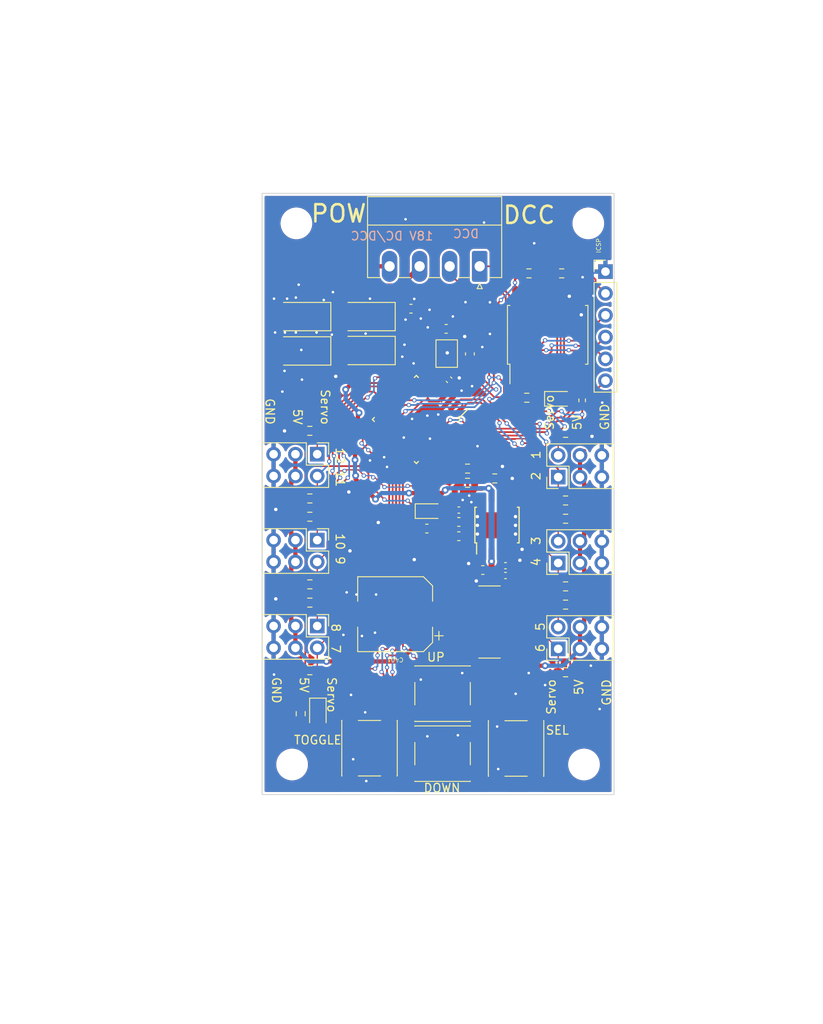
<source format=kicad_pcb>
(kicad_pcb (version 20240108) (generator "pcbnew") (generator_version "8.0")
  (layers (0 "F.Cu" signal) (31 "B.Cu" signal) (34 "B.Paste" user) (35 "F.Paste" user) (36 "B.SilkS" user "B.Silkscreen") (37 "F.SilkS" user "F.Silkscreen") (38 "B.Mask" user) (39 "F.Mask" user) (44 "Edge.Cuts" user))
  (net 0 "")
  (net 1 "GND")
  (net 2 "Net-(D201-A)")
  (net 4 "Net-(U901-BS)")
  (net 5 "Net-(U901-SW)")
  (net 6 "Net-(U901-FB)")
  (net 9 "Net-(D1001-K)")
  (net 10 "+5V")
  (net 11 "Net-(U1001-EN)")
  (net 13 "/atmega/X1")
  (net 14 "/atmega/X2")
  (net 15 "/Buck/VDC_in")
  (net 16 "+5VA")
  (net 17 "/atmega/LED")
  (net 18 "/DCC/DCC_B")
  (net 19 "/D_bridge/AC_1")
  (net 20 "/D_bridge/AC_2")
  (net 21 "/DCC/DCC_A")
  (net 22 "/atmega/reset")
  (net 23 "/DCC/DCC_TTL")
  (net 24 "/atmega/sw1")
  (net 25 "/atmega/sw2")
  (net 26 "/atmega/sw3")
  (net 27 "/atmega/sw4")
  (net 28 "/atmega/sw5")
  (net 29 "/atmega/bus6.pin1")
  (net 30 "/atmega/bus5.pin2")
  (net 31 "/atmega/bus2.pin1")
  (net 32 "/atmega/bus2.pin2")
  (net 33 "/atmega/bus3.pin1")
  (net 34 "/atmega/bus3.pin2")
  (net 36 "/atmega/bus4.pin1")
  (net 37 "/atmega/bus4.pin2")
  (net 38 "/atmega/bus5.pin1")
  (net 41 "/atmega/bus6.pin2")
  (net 42 "/atmega/bus1.pin1")
  (net 43 "/atmega/bus1.pin2")
  (footprint "Connector_PinHeader_2.54mm:PinHeader_2x03_P2.54mm_Vertical" (layer "F.Cu") (at 134.493 154.54 90)
    (property "Reference" "J801" (hide yes))
    (property "Value" "Conn_02x03_Odd_Even")
  )
  (footprint "custom_kicad_lib_sk:R_0603_smalltext" (layer "F.Cu") (at 105.566 147.026 180)
    (property "Reference" "R1005" (hide yes))
    (property "Value" "10k")
  )
  (footprint "custom_kicad_lib_sk:R_0603_smalltext" (layer "F.Cu") (at 131.088 110.82)
    (property "Reference" "R1002" (hide yes))
    (property "Value" "10k")
  )
  (footprint "Connector_PinHeader_2.54mm:PinHeader_2x03_P2.54mm_Vertical" (layer "F.Cu") (at 134.493 134.54 90)
    (property "Reference" "J401" (hide yes))
    (property "Value" "Conn_02x03_Odd_Even")
  )
  (footprint "Package_SO:TI_SO-PowerPAD-8" (layer "F.Cu") (at 127.365 140.121591 90)
    (property "Reference" "U901" (hide yes))
    (property "Value" "MT2499A")
  )
  (footprint "custom_kicad_lib_sk:R_0603_smalltext" (layer "F.Cu") (at 130.834 125.298)
    (property "Reference" "R1001" (hide yes))
    (property "Value" "1k")
  )
  (footprint "Capacitor_SMD:C_0603_1608Metric" (layer "F.Cu") (at 122.92 139.758091)
    (property "Reference" "C904" (hide yes))
    (property "Value" "22uF")
  )
  (footprint "LED_SMD:LED_0805_2012Metric_Pad1.15x1.40mm_HandSolder" (layer "F.Cu") (at 106.5 162.135 -90)
    (property "Reference" "D201" (hide yes))
    (property "Value" "LED")
  )
  (footprint "custom_kicad_lib_sk:tactile_SMD_6mm" (layer "F.Cu") (at 121.025 159.751805)
    (property "Reference" "SW602" (hide yes))
    (property "Value" "SW_Push")
  )
  (footprint "Capacitor_SMD:C_0402_1005Metric" (layer "F.Cu") (at 121.784106 123.207411 -45)
    (property "Reference" "C202" (hide yes))
    (property "Value" "100nF")
  )
  (footprint "MountingHole:MountingHole_3.2mm_M3" (layer "F.Cu") (at 103.5 168 180)
    (property "Reference" "REF**" (hide yes))
    (property "Value" "MountingHole_3.2mm_M3")
  )
  (footprint "custom_kicad_lib_sk:R_0603_smalltext" (layer "F.Cu") (at 135.353 139.387)
    (property "Reference" "R702" (hide yes))
    (property "Value" "10k")
  )
  (footprint "MountingHole:MountingHole_3.2mm_M3" (layer "F.Cu") (at 137.5 168 180)
    (property "Reference" "REF**" (hide yes))
    (property "Value" "MountingHole_3.2mm_M3")
  )
  (footprint "custom_kicad_lib_sk:R_0603_smalltext" (layer "F.Cu") (at 135.353 129.387)
    (property "Reference" "R402" (hide yes))
    (property "Value" "10k")
  )
  (footprint "Capacitor_SMD:C_0603_1608Metric" (layer "F.Cu") (at 117.348 114.935)
    (property "Reference" "C1001" (hide yes))
    (property "Value" "100nF")
  )
  (footprint "custom_kicad_lib_sk:R_0603_smalltext" (layer "F.Cu") (at 105.566 137.026 180)
    (property "Reference" "R1202" (hide yes))
    (property "Value" "10k")
  )
  (footprint "custom_kicad_lib_sk:R_0603_smalltext" (layer "F.Cu") (at 105.566 139.152 180)
    (property "Reference" "R1004" (hide yes))
    (property "Value" "10k")
  )
  (footprint "custom_kicad_lib_sk:R_0603_smalltext" (layer "F.Cu") (at 105.566 129.152 180)
    (property "Reference" "R1201" (hide yes))
    (property "Value" "10k")
  )
  (footprint "Connector_PinHeader_2.54mm:PinHeader_2x03_P2.54mm_Vertical" (layer "F.Cu") (at 134.493 144.54 90)
    (property "Reference" "J701" (hide yes))
    (property "Value" "Conn_02x03_Odd_Even")
  )
  (footprint "custom_kicad_lib_sk:tactile_SMD_6mm" (layer "F.Cu") (at 112.516 166.101805 90)
    (property "Reference" "SW601" (hide yes))
    (property "Value" "SW_Push")
  )
  (footprint "Resistor_SMD:R_0603_1608Metric" (layer "F.Cu") (at 123.936 135.201091 180)
    (property "Reference" "R903" (hide yes))
    (property "Value" "150k")
  )
  (footprint "Resistor_SMD:R_0402_1005Metric_Pad0.72x0.64mm_HandSolder" (layer "F.Cu") (at 137.287 125.603 -90)
    (property "Reference" "R202" (hide yes))
    (property "Value" "10k")
  )
  (footprint "Capacitor_SMD:C_0603_1608Metric" (layer "F.Cu") (at 124.206695 120.201 -90)
    (property "Reference" "C201" (hide yes))
    (property "Value" "12pF")
  )
  (footprint "Package_SO:SOP-8_6.62x9.15mm_P2.54mm" (layer "F.Cu") (at 133.27 117.975 90)
    (property "Reference" "U1001" (hide yes))
    (property "Value" "6N137")
  )
  (footprint "Connector_PinHeader_2.54mm:PinHeader_1x06_P2.54mm_Vertical" (layer "F.Cu") (at 140 110.615805)
    (property "Reference" "J201" (hide yes))
    (property "Value" "ICSP")
  )
  (footprint "Resistor_SMD:R_0603_1608Metric" (layer "F.Cu") (at 123.936 133.550091)
    (property "Reference" "R901" (hide yes))
    (property "Value" "220k")
  )
  (footprint "custom_kicad_lib_sk:R_0603_smalltext" (layer "F.Cu") (at 105.566 157.026 180)
    (property "Reference" "R905" (hide yes))
    (property "Value" "10k")
  )
  (footprint "custom_kicad_lib_sk:R_0603_smalltext" (layer "F.Cu") (at 134.898 110.82)
    (property "Reference" "R1003" (hide yes))
    (property "Value" "10k")
  )
  (footprint "Connector_PinHeader_2.54mm:PinHeader_2x03_P2.54mm_Vertical" (layer "F.Cu") (at 106.426 151.873 -90)
    (property "Reference" "J901" (hide yes))
    (property "Value" "Conn_02x03_Odd_Even")
  )
  (footprint "Capacitor_SMD:C_0603_1608Metric" (layer "F.Cu") (at 125.714 145.361091 180)
    (property "Reference" "C901" (hide yes))
    (property "Value" "22uF")
  )
  (footprint "Capacitor_SMD:C_0603_1608Metric" (layer "F.Cu") (at 121.444695 117.28 180)
    (property "Reference" "C203" (hide yes))
    (property "Value" "12pF")
  )
  (footprint "custom_kicad_lib_sk:R_0603_smalltext" (layer "F.Cu") (at 135.353 137.261)
    (property "Reference" "R401" (hide yes))
    (property "Value" "10k")
  )
  (footprint "Package_QFP:TQFP-32_7x7mm_P0.8mm" (layer "F.Cu") (at 117.974695 127.831 -135)
    (property "Reference" "U202" (hide yes))
    (property "Value" "ATmega328-A")
  )
  (footprint "Diode_SMD:D_SMA" (layer "F.Cu") (at 104.5 115.8515 180)
    (property "Reference" "D1104" (hide yes))
    (property "Value" "SS53")
  )
  (footprint "Diode_SMD:D_SMA" (layer "F.Cu") (at 112 119.8015 180)
    (property "Reference" "D1101" (hide yes))
    (property "Value" "SS53")
  )
  (footprint "Connector_PinHeader_2.54mm:PinHeader_2x03_P2.54mm_Vertical" (layer "F.Cu") (at 106.426 131.873 -90)
    (property "Reference" "J1201" (hide yes))
    (property "Value" "Conn_02x03_Odd_Even")
  )
  (footprint "Capacitor_SMD:C_0603_1608Metric" (layer "F.Cu") (at 122.92 141.424091)
    (property "Reference" "C905" (hide yes))
    (property "Value" "22uF")
  )
  (footprint "custom_kicad_lib_sk:tactile_SMD_6mm" (layer "F.Cu") (at 121.025 166.736805)
    (property "Reference" "SW603" (hide yes))
    (property "Value" "SW_Push")
  )
  (footprint "Diode_SMD:D_SOD-323" (layer "F.Cu") (at 119.45 138.5)
    (property "Reference" "D401" (hide yes))
    (property "Value" "1N4148WS")
  )
  (footprint "MountingHole:MountingHole_3.2mm_M3" (layer "F.Cu") (at 138 105 180)
    (property "Reference" "REF**" (hide yes))
    (property "Value" "MountingHole_3.2mm_M3")
  )
  (footprint "custom_kicad_lib_sk:R_0603_smalltext" (layer "F.Cu") (at 105.566 149.152 180)
    (property "Reference" "R904" (hide yes))
    (property "Value" "10k")
  )
  (footprint "custom_kicad_lib_sk:R_0603_smalltext" (layer "F.Cu") (at 135.353 147.261)
    (property "Reference" "R701" (hide yes))
    (property "Value" "10k")
  )
  (footprint "custom_kicad_lib_sk:crystal_arduino" (layer "F.Cu") (at 121.285695 120.108 90)
    (property "Reference" "Y201" (hide yes))
    (property "Value" "Crystal_GND2")
  )
  (footprint "Diode_SMD:D_SOD-323" (layer "F.Cu") (at 134.517 125.425)
    (property "Reference" "D1001" (hide yes))
    (property "Value" "1N4148WS")
  )
  (footprint "Capacitor_SMD:C_0603_1608Metric" (layer "F.Cu") (at 119.196 140.532)
    (property "Reference" "C402" (hide yes))
    (property "Value" "22uF")
  )
  (footprint "Diode_SMD:D_SMA" (layer "F.Cu") (at 112 115.8515 180)
    (property "Reference" "D1103" (hide yes))
    (property "Value" "SS53")
  )
  (footprint "custom_kicad_lib_sk:R_0603_smalltext" (layer "F.Cu") (at 135.353 149.387)
    (property "Reference" "R802" (hide yes))
    (property "Value" "10k")
  )
  (footprint "Connector_Phoenix_MC:PhoenixContact_MC_1,5_4-G-3.5_1x04_P3.50mm_Horizontal" (layer "F.Cu") (at 125.349 110 180)
    (property "Reference" "J101" (hide yes))
    (property "Value" "FEMALE")
  )
  (footprint "MountingHole:MountingHole_3.2mm_M3" (layer "F.Cu") (at 104 105 180)
    (property "Reference" "REF**" (hide yes))
    (property "Value" "MountingHole_3.2mm_M3")
  )
  (footprint "Capacitor_SMD:C_0402_1005Metric" (layer "F.Cu") (at 128.353 144.853091)
    (property "Reference" "C902" (hide yes))
    (property "Value" "100nF")
  )
  (footprint "Capacitor_SMD:C_0402_1005Metric" (layer "F.Cu") (at 128.353 145.996091)
    (property "Reference" "C903" (hide yes))
    (property "Value" "22nF")
  )
  (footprint "Inductor_SMD:L_Bourns-SRN8040_8x8.15mm" (layer "F.Cu") (at 126.4915 151.411091 180)
    (property "Reference" "L901" (hide yes))
    (property "Value" "L")
  )
  (footprint "Capacitor_SMD:CP_Elec_8x10.5" (layer "F.Cu") (at 115.5 150.5 180)
    (property "Reference" "C401")
    (property "Value" "1000uF")
  )
  (footprint "Capacitor_SMD:C_0402_1005Metric" (layer "F.Cu") (at 122.922 138.376091)
    (property "Reference" "C906" (hide yes))
    (property "Value" "100nF")
  )
  (footprint "Resistor_SMD:R_0603_1608Metric" (layer "F.Cu") (at 127.111 134.693091)
    (property "Reference" "R902" (hide yes))
    (property "Value" "20k")
  )
  (footprint "custom_kicad_lib_sk:R_0603_smalltext" (layer "F.Cu") (at 135.353 157.261)
    (property "Reference" "R801" (hide yes))
    (property "Value" "10k")
  )
  (footprint "Diode_SMD:D_SMA" (layer "F.Cu") (at 104.5 119.8515 180)
    (property "Reference" "D1102" (hide yes))
    (property "Value" "SS53")
  )
  (footprint "Resistor_SMD:R_0603_1608Metric_Pad0.98x0.95mm_HandSolder" (layer "F.Cu") (at 104.5 162.0875 -90)
    (property "Reference" "R201" (hide yes))
    (property "Value" "6k2")
  )
  (footprint "Connector_PinHeader_2.54mm:PinHeader_2x03_P2.54mm_Vertical" (layer "F.Cu") (at 106.426 141.873 -90)
    (property "Reference" "J1001" (hide yes))
    (property "Value" "Conn_02x03_Odd_Even")
  )
  (footprint "custom_kicad_lib_sk:tactile_SMD_6mm" (layer "F.Cu") (at 129.586 166.133805 90)
    (property "Reference" "SW604" (hide yes))
    (property "Value" "SW_Push")
  )
  (gr_rect (start 100 101.5) (end 141 171.5) (stroke (width 0.1)) (fill none) (layer "Edge.Cuts"))
  (gr_text "18V DC/DCC" (at 120.015 107.061 0) (layer "B.SilkS") (effects (font (size 1 1)) (justify left bottom mirror)))
  (gr_text "DCC" (at 125.349 106.807 0) (layer "B.SilkS") (effects (font (size 1 1)) (justify left bottom mirror)))
  (gr_text "12 11" (at 108.5 131 270) (layer "F.SilkS") (effects (font (size 1 1)) (justify left bottom)))
  (gr_text "DCC" (at 127.909 105.2 0) (layer "F.SilkS") (effects (font (size 2 2) (thickness 0.3)) (justify left bottom)))
  (gr_text "DOWN" (at 118.745 171.323 0) (layer "F.SilkS") (effects (font (size 1 1)) (justify left bottom)))
  (gr_text "UP" (at 119.126 156.083 0) (layer "F.SilkS") (effects (font (size 1 1)) (justify left bottom)))
  (gr_text "4  3" (at 132.5 145 90) (layer "F.SilkS") (effects (font (size 1 1)) (justify left bottom)))
  (gr_text "Servo\n\n5V\n\nGND" (at 100.33 128.524 270) (layer "F.SilkS") (effects (font (size 1 1)) (justify right bottom)))
  (gr_text "ICSP" (at 139.5 108.5 90) (layer "F.SilkS") (effects (font (size 0.5 0.5) (thickness 0.075)) (justify left bottom)))
  (gr_text "10 9" (at 108.5 141 270) (layer "F.SilkS") (effects (font (size 1 1)) (justify left bottom)))
  (gr_text "8  7" (at 108 151.5 270) (layer "F.SilkS") (effects (font (size 1 1)) (justify left bottom)))
  (gr_text "Servo\n\n5V\n\nGND" (at 140.716 157.988 90) (layer "F.SilkS") (effects (font (size 1 1)) (justify right bottom)))
  (gr_text "6  5" (at 133 155 90) (layer "F.SilkS") (effects (font (size 1 1)) (justify left bottom)))
  (gr_text "SEL" (at 132.969 164.592 0) (layer "F.SilkS") (effects (font (size 1 1)) (justify left bottom)))
  (gr_text "2  1" (at 132.5 135 90) (layer "F.SilkS") (effects (font (size 1 1)) (justify left bottom)))
  (gr_text "POW" (at 105.537 105.029 0) (layer "F.SilkS") (effects (font (size 2 2) (thickness 0.3)) (justify left bottom)))
  (gr_text "Servo\n\n5V\n\nGND" (at 101.092 157.734 270) (layer "F.SilkS") (effects (font (size 1 1)) (justify left bottom)))
  (gr_text "TOGGLE" (at 103.632 165.735 0) (layer "F.SilkS") (effects (font (size 1 1)) (justify left bottom)))
  (gr_text "Servo\n\n5V\n\nGND" (at 140.5 129.159 90) (layer "F.SilkS") (effects (font (size 1 1)) (justify left bottom)))
  (segment (start 129.143 134.693091) (end 129.118 134.668091) (width 1) (layer "F.Cu") (net 1))
  (segment (start 125.079 141.170091) (end 123.949 141.170091) (width 1) (layer "F.Cu") (net 1))
  (segment (start 129.524 141.170091) (end 125.079 141.170091) (width 1) (layer "F.Cu") (net 1))
  (segment (start 123.949 141.170091) (end 123.695 141.424091) (width 1) (layer "F.Cu") (net 1))
  (segment (start 121.571695 120.074) (end 121.571695 119.942) (width 0.25) (layer "F.Cu") (net 1))
  (segment (start 129.524 139.138091) (end 125.079 139.138091) (width 1) (layer "F.Cu") (net 1))
  (segment (start 121.571695 119.942) (end 122.455695 119.058) (width 0.25) (layer "F.Cu") (net 1))
  (segment (start 123.492 138.376091) (end 124.254 139.138091) (width 1) (layer "F.Cu") (net 1))
  (segment (start 129.27 142.901591) (end 129.27 141.424091) (width 1) (layer "F.Cu") (net 1))
  (segment (start 125.079 140.154091) (end 124.091 140.154091) (width 1) (layer "F.Cu") (net 1))
  (segment (start 120.697056 124.542953) (end 121.693187 123.546822) (width 0.2) (layer "F.Cu") (net 1))
  (segment (start 124.206695 119.426) (end 122.823695 119.426) (width 0.25) (layer "F.Cu") (net 1))
  (segment (start 127.936 133.360091) (end 128 133.296091) (width 0.7) (layer "F.Cu") (net 1))
  (segment (start 124.254 139.138091) (end 125.079 139.138091) (width 1) (layer "F.Cu") (net 1))
  (segment (start 125.079 140.154091) (end 129.524 140.154091) (width 1) (layer "F.Cu") (net 1))
  (segment (start 122.219695 117.28) (end 122.219695 118.822) (width 0.25) (layer "F.Cu") (net 1))
  (segment (start 123.492 140.535091) (end 123.492 138.376091) (width 1) (layer "F.Cu") (net 1))
  (segment (start 123.695 141.424091) (end 123.492 141.221091) (width 1) (layer "F.Cu") (net 1))
  (segment (start 124.091 140.154091) (end 123.695 139.758091) (width 1) (layer "F.Cu") (net 1))
  (segment (start 123.492 141.221091) (end 123.492 140.535091) (width 1) (layer "F.Cu") (net 1))
  (segment (start 129.27 141.424091) (end 129.524 141.170091) (width 1) (layer "F.Cu") (net 1))
  (segment (start 121.693187 123.546822) (end 122.123517 123.546822) (width 0.2) (layer "F.Cu") (net 1))
  (segment (start 123.492 143.914091) (end 123.492 140.535091) (width 0.7) (layer "F.Cu") (net 1))
  (segment (start 124.939 145.361091) (end 123.492 143.914091) (width 0.7) (layer "F.Cu") (net 1))
  (segment (start 121.439695 120.074) (end 121.571695 120.074) (width 0.25) (layer "F.Cu") (net 1))
  (segment (start 120.555695 120.958) (end 121.439695 120.074) (width 0.25) (layer "F.Cu") (net 1))
  (segment (start 127.936 134.693091) (end 127.936 133.360091) (width 0.7) (layer "F.Cu") (net 1))
  (segment (start 129.118 134.668091) (end 127.936 134.668091) (width 1) (layer "F.Cu") (net 1))
  (segment (start 124.952 146.631091) (end 124.952 145.374091) (width 0.7) (layer "F.Cu") (net 1))
  (via (at 102.919 113.7655) (size 0.5) (drill 0.3) (layers "F.Cu" "B.Cu") (net 1))
  (via (at 124.952 146.631091) (size 0.8) (drill 0.4) (layers "F.Cu" "B.Cu") (net 1))
  (via (at 119.556 130.062) (size 0.5) (drill 0.3) (layers "F.Cu" "B.Cu") (net 1))
  (via (at 129.524 141.170091) (size 0.8) (drill 0.4) (layers "F.Cu" "B.Cu") (net 1))
  (via (at 122.223 115.838) (size 0.5) (drill 0.3) (layers "F.Cu" "B.Cu") (net 1))
  (via (at 103.935 117.7025) (size 0.5) (drill 0.3) (layers "F.Cu" "B.Cu") (net 1))
  (via (at 116.586 119.126) (size 0.5) (drill 0.3) (layers "F.Cu" "B.Cu") (net 1))
  (via (at 119.253 164.719) (size 0.5) (drill 0.3) (layers "F.Cu" "B.Cu") (net 1))
  (via (at 117.651 121.299) (size 0.5) (drill 0.3) (layers "F.Cu" "B.Cu") (net 1))
  (via (at 108.126 117.9565) (size 0.5) (drill 0.3) (layers "F.Cu" "B.Cu") (net 1))
  (via (at 104.57 119.7345) (size 0.5) (drill 0.3) (layers "F.Cu" "B.Cu") (net 1))
  (via (at 123.3655 137.201091) (size 0.5) (drill 0.3) (layers "F.Cu" "B.Cu") (net 1))
  (via (at 127.508 168.529) (size 0.5) (drill 0.3) (layers "F.Cu" "B.Cu") (net 1))
  (via (at 103.935 113.6385) (size 0.5) (drill 0.3) (layers "F.Cu" "B.Cu") (net 1))
  (via (at 119.302 117.108) (size 0.5) (drill 0.3) (layers "F.Cu" "B.Cu") (net 1))
  (via (at 108.253 113.0035) (size 0.5) (drill 0.3) (layers "F.Cu" "B.Cu") (net 1))
  (via (at 112.063 117.8295) (size 0.5) (drill 0.3) (layers "F.Cu" "B.Cu") (net 1))
  (via (at 109.855 147.955) (size 0.5) (drill 0.3) (layers "F.Cu" "B.Cu") (net 1))
  (via (at 137.336 111.266) (size 0.5) (drill 0.3) (layers "F.Cu" "B.Cu") (net 1))
  (via (at 102.616 129.159) (size 0.8) (drill 0.4) (layers "F.Cu" "B.Cu") (net 1))
  (via (at 125.857 104.902) (size 0.5) (drill 0.3) (layers "F.Cu" "B.Cu") (net 1))
  (via (at 112.571 132.602) (size 0.5) (drill 0.3) (layers "F.Cu" "B.Cu") (net 1))
  (via (at 120.523 127.254) (size 0.5) (drill 0.3) (layers "F.Cu" "B.Cu") (net 1))
  (via (at 127.381 163.576) (size 0.5) (drill 0.3) (layers "F.Cu" "B.Cu") (net 1))
  (via (at 138.606 113.425) (size 0.5) (drill 0.3) (layers "F.Cu" "B.Cu") (net 1))
  (via (at 123.239 124.474) (size 0.5) (drill 0.3) (layers "F.Cu" "B.Cu") (net 1))
  (via (at 107.188 113.919) (size 0.5) (drill 0.3) (layers "F.Cu" "B.Cu") (net 1))
  (via (at 112.141 169.926) (size 0.5) (drill 0.3) (layers "F.Cu" "B.Cu") (net 1))
  (via (at 123.698 114.173) (size 0.5) (drill 0.3) (layers "F.Cu" "B.Cu") (net 1))
  (via (at 106.348 117.7025) (size 0.5) (drill 0.3) (layers "F.Cu" "B.Cu") (net 1))
  (via (at 130.032 144.218091) (size 0.8) (drill 0.4) (layers "F.Cu" "B.Cu") (net 1))
  (via (at 101.393 157.527) (size 0.5) (drill 0.3) (layers "F.Cu" "B.Cu") (net 1))
  (via (at 118.491 116.078) (size 0.5) (drill 0.3) (layers "F.Cu" "B.Cu") (net 1))
  (via (at 129.54 159.766) (size 0.5) (drill 0.3) (layers "F.Cu" "B.Cu") (net 1))
  (via (at 132.967 158.754805) (size 0.5) (drill 0.3) (layers "F.Cu" "B.Cu") (net 1))
  (via (at 125.652 119.394) (size 0.5) (drill 0.3) (layers "F.Cu" "B.Cu") (net 1))
  (via (at 110.363 159.893) (size 0.5) (drill 0.3) (layers "F.Cu" "B.Cu") (net 1))
  (via (at 104.267 112.141) (size 0.5) (drill 0.3) (layers "F.Cu" "B.Cu") (net 1))
  (via (at 110.998 148.209) (size 0.5) (drill 0.3) (layers "F.Cu" "B.Cu") (net 1))
  (via (at 124.3815 137.455091) (size 0.5) (drill 0.3) (layers "F.Cu" "B.Cu") (net 1))
  (via (at 129.143 134.693091) (size 0.8) (drill 0.4) (layers "F.Cu" "B.Cu") (net 1))
  (via (at 117.475 127.762) (size 0.5) (drill 0.3) (layers "F.Cu" "B.Cu") (net 1))
  (via (at 126.541 114.187) (size 0.5) (drill 0.3) (layers "F.Cu" "B.Cu") (net 1))
  (via (at 110.109 136.271) (size 0.8) (drill 0.4) (layers "F.Cu" "B.Cu") (net 1))
  (via (at 119.507 115.062) (size 0.5) (drill 0.3) (layers "F.Cu" "B.Cu") (net 1))
  (via (at 138.43 129.794) (size 0.8) (drill 0.4) (layers "F.Cu" "B.Cu") (net 1))
  (via (at 113.284 148.209) (size 0.5) (drill 0.3) (layers "F.Cu" "B.Cu") (net 1))
  (via (at 114.222 132.221) (size 0.5) (drill 0.3) (layers "F.Cu" "B.Cu") (net 1))
  (via (at 139.319 161.544) (size 0.5) (drill 0.3) (layers "F.Cu" "B.Cu") (net 1))
  (via (at 123.317 157.353) (size 0.5) (drill 0.3) (layers "F.Cu" "B.Cu") (net 1))
  (via (at 124.1275 136.693091) (size 0.5) (drill 0.3) (layers "F.Cu" "B.Cu") (net 1))
  (via (at 137.184 115.646) (size 0.8) (drill 0.4) (layers "F.Cu" "B.Cu") (net 1))
  (via (at 101.522 117.7025) (size 0.5) (drill 0.3) (layers "F.Cu" "B.Cu") (net 1))
  (via (at 101.395 113.7655) (size 0.5) (drill 0.3) (layers "F.Cu" "B.Cu") (net 1))
  (via (at 116.508 129.935) (size 0.5) (drill 0.3) (layers "F.Cu" "B.Cu") (net 1))
  (via (at 111.633 153.035) (size 0.5) (drill 0.3) (layers "F.Cu" "B.Cu") (net 1))
  (via (at 125.079 141.170091) (size 0.8) (drill 0.4) (layers "F.Cu" "B.Cu") (net 1))
  (via (at 129.524 139.138091) (size 0.8) (drill 0.4) (layers "F.Cu" "B.Cu") (net 1))
  (via (at 124.063 144.599091) (size 0.8) (drill 0.4) (layers "F.Cu" "B.Cu") (net 1))
  (via (at 102.665 117.7025) (size 0.5) (drill 0.3) (layers "F.Cu" "B.Cu") (net 1))
  (via (at 102.616 122.174) (size 0.5) (drill 0.3) (layers "F.Cu" "B.Cu") (net 1))
  (via (at 123.603695 118.169) (size 0.8) (drill 0.4) (layers "F.Cu" "B.Cu") (net 1))
  (via (at 124.46 123.952) (size 0.5) (drill 0.3) (layers "F.Cu" "B.Cu") (net 1))
  (via (at 109.474 152.908) (size 0.5) (drill 0.3) (layers "F.Cu" "B.Cu") (net 1))
  (via (at 112.571 113.7655) (size 0.5) (drill 0.3) (layers "F.Cu" "B.Cu") (net 1))
  (via (at 126.541 117.87) (size 0.5) (drill 0.3) (layers "F.Cu" "B.Cu") (net 1))
  (via (at 122.968695 122.995) (size 0.8) (drill 0.4) (layers "F.Cu" "B.Cu") (net 1))
  (via (at 101.6 138.303) (size 0.8) (drill 0.4) (layers "F.Cu" "B.Cu") (net 1))
  (via (at 112.014 161.925) (size 0.5) (drill 0.3) (layers "F.Cu" "B.Cu") (net 1))
  (via (at 104.648 123.19) (size 0.5) (drill 0.3) (layers "F.Cu" "B.Cu") (net 1))
  (via (at 113.157 152.654) (size 0.5) (drill 0.3) (layers "F.Cu" "B.Cu") (net 1))
  (via (at 125.079 139.138091) (size 0.8) (drill 0.4) (layers "F.Cu" "B.Cu") (net 1))
  (via (at 116.332 120.523) (size 0.5) (drill 0.3) (layers "F.Cu" "B.Cu") (net 1))
  (via (at 117.729 113.792) (size 0.5) (drill 0.3) (layers "F.Cu" "B.Cu") (net 1))
  (via (at 139.622 125.871) (size 0.5) (drill 0.3) (layers "F.Cu" "B.Cu") (net 1))
  (via (at 114.554 133.35) (size 0.5) (drill 0.3) (layers "F.Cu" "B.Cu") (net 1))
  (via (at 117.729 144.145) (size 0.8) (drill 0.4) (layers "F.Cu" "B.Cu") (net 1))
  (via (at 110.617 167.386) (size 0.5) (drill 0.3) (layers "F.Cu" "B.Cu") (net 1))
  (via (at 128 133.296091) (size 0.8) (drill 0.4) (layers "F.Cu" "B.Cu") (net 1))
  (via (at 125.095 130.937) (size 0.5) (drill 0.3) (layers "F.Cu" "B.Cu") (net 1))
  (via (at 101.6 148.717) (size 0.8) (drill 0.4) (layers "F.Cu" "B.Cu") (net 1))
  (via (at 110.236 143.129) (size 0.8) (drill 0.4) (layers "F.Cu" "B.Cu") (net 1))
  (via (at 138.298473 156.493195) (size 0.5) (drill 0.3) (layers "F.Cu" "B.Cu") (net 1))
  (via (at 121.571695 120.074) (size 0.8) (drill 0.4) (layers "F.Cu" "B.Cu") (net 1))
  (via (at 113.538 139.827) (size 0.8) (drill 0.4) (layers "F.Cu" "B.Cu") (net 1))
  (via (at 135.787 113.487) (size 0.8) (drill 0.4) (layers "F.Cu" "B.Cu") (net 1))
  (via (at 130.286 142.948091) (size 0.8) (drill 0.4) (layers "F.Cu" "B.Cu") (net 1))
  (via (at 125.079 140.154091) (size 0.8) (drill 0.4) (layers "F.Cu" "B.Cu") (net 1))
  (via (at 102.362 124.587) (size 0.5) (drill 0.3) (layers "F.Cu" "B.Cu") (net 1))
  (via (at 131.699 107.315) (size 0.5) (drill 0.3) (layers "F.Cu" "B.Cu") (net 1))
  (via (at 122.809 164.592) (size 0.5) (drill 0.3) (layers "F.Cu" "B.Cu") (net 1))
  (via (at 119.253 127.381) (size 0.5) (drill 0.3) (layers "F.Cu" "B.Cu") (net 1))
  (via (at 131.059473 157.354) (size 0.5) (drill 0.3) (layers "F.Cu" "B.Cu") (net 1))
  (via (at 116.713 104.521) (size 0.5) (drill 0.3) (layers "F.Cu" "B.Cu") (net 1))
  (via (at 118.491 158.115) (size 0.5) (drill 0.3) (layers "F.Cu" "B.Cu") (net 1))
  (via (at 129.524 140.154091) (size 0.8) (drill 0.4) (layers "F.Cu" "B.Cu") (net 1))
  (via (at 108.585 122.809) (size 0.8) (drill 0.4) (layers "F.Cu" "B.Cu") (net 1))
  (via (at 116.713 116.205) (size 0.5) (drill 0.3) (layers "F.Cu" "B.Cu") (net 1))
  (segment (start 106.34 163) (end 106.5 163.16) (width 0.25) (layer "F.Cu") (net 2))
  (segment (start 104.5 163) (end 106.34 163) (width 0.25) (layer "F.Cu") (net 2))
  (segment (start 127.708 146.161091) (end 126.036183 146.161091) (width 0.25) (layer "F.Cu") (net 4))
  (segment (start 126.036183 146.161091) (end 125.714 145.838908) (width 0.25) (layer "F.Cu") (net 4))
  (segment (start 125.46 142.901591) (end 125.46 144.218091) (width 0.25) (layer "F.Cu") (net 4))
  (segment (start 125.46 144.218091) (end 125.714 144.472091) (width 0.25) (layer "F.Cu") (net 4))
  (segment (start 125.714 145.838908) (end 125.714 144.472091) (width 0.25) (layer "F.Cu") (net 4))
  (segment (start 127.873 145.996091) (end 127.873 144.853091) (width 0.25) (layer "F.Cu") (net 4))
  (segment (start 127.873 145.996091) (end 127.708 146.161091) (width 0.25) (layer "F.Cu") (net 4))
  (segment (start 128.833 144.527284) (end 128.833 144.853091) (width 0.7) (layer "F.Cu") (net 5))
  (segment (start 128.833 145.996091) (end 128.833 149.115091) (width 0.7) (layer "F.Cu") (net 5))
  (segment (start 128 143.694284) (end 128.833 144.527284) (width 0.7) (layer "F.Cu") (net 5))
  (segment (start 128 142.901591) (end 128 143.694284) (width 0.7) (layer "F.Cu") (net 5))
  (segment (start 128.833 144.853091) (end 128.833 145.996091) (width 0.7) (layer "F.Cu") (net 5))
  (segment (start 124.761 135.201091) (end 125.778 135.201091) (width 0.25) (layer "F.Cu") (net 6))
  (segment (start 127.086 135.493091) (end 128.038 135.493091) (width 0.25) (layer "F.Cu") (net 6))
  (segment (start 125.778 135.201091) (end 126.286 134.693091) (width 0.25) (layer "F.Cu") (net 6))
  (segment (start 126.286 134.693091) (end 127.086 135.493091) (width 0.25) (layer "F.Cu") (net 6))
  (segment (start 124.761 135.201091) (end 124.761 133.550091) (width 0.25) (layer "F.Cu") (net 6))
  (segment (start 128.038 135.493091) (end 129.27 136.725091) (width 0.25) (layer "F.Cu") (net 6))
  (segment (start 133.467 125.425) (end 131.8735 125.425) (width 0.25) (layer "F.Cu") (net 9))
  (segment (start 132 122.5) (end 132 125.0445) (width 0.25) (layer "F.Cu") (net 9))
  (segment (start 127.8285 113.919) (end 127.5505 114.197) (width 0.2) (layer "F.Cu") (net 10))
  (segment (start 134.366 126.873) (end 133.83114 127.40786) (width 0.2) (layer "F.Cu") (net 10))
  (segment (start 119.683 125.744) (end 119.556 125.617) (width 0.2) (layer "F.Cu") (net 10))
  (segment (start 134.874 126.873) (end 134.366 126.873) (width 0.2) (layer "F.Cu") (net 10))
  (segment (start 127.5505 114.197) (end 127.5505 118.849657) (width 0.2) (layer "F.Cu") (net 10))
  (segment (start 111.306134 133.263) (end 111.600134 132.969) (width 0.2) (layer "F.Cu") (net 10))
  (segment (start 105.036 129.5345) (end 105.036 132.969) (width 0.2) (layer "F.Cu") (net 10))
  (segment (start 124.360578 122.206578) (end 124.317078 122.250078) (width 0.2) (layer "F.Cu") (net 10))
  (segment (start 105.036 133.35) (end 105.123 133.263) (width 0.2) (layer "F.Cu") (net 10))
  (segment (start 111.252 133.263) (end 111.386134 133.263) (width 0.2) (layer "F.Cu") (net 10))
  (segment (start 118.18 138.5) (end 116.967 137.287) (width 0.2) (layer "F.Cu") (net 10))
  (segment (start 111.386134 133.263) (end 111.600134 133.477) (width 0.2) (layer "F.Cu") (net 10))
  (segment (start 118.4 140.511) (end 118.421 140.532) (width 0.2) (layer "F.Cu") (net 10))
  (segment (start 105.283 133.216) (end 105.036 132.969) (width 0.2) (layer "F.Cu") (net 10))
  (segment (start 119.556 125.617) (end 119.302 125.363) (width 0.2) (layer "F.Cu") (net 10))
  (segment (start 104.6535 129.152) (end 105.036 129.5345) (width 0.2) (layer "F.Cu") (net 10))
  (segment (start 104.6535 137.026) (end 104.6535 139.152) (width 0.2) (layer "F.Cu") (net 10))
  (segment (start 114.440134 128.537134) (end 113.555278 129.42199) (width 0.2) (layer "F.Cu") (net 10))
  (segment (start 105.123 133.263) (end 105.283 133.263) (width 0.2) (layer "F.Cu") (net 10))
  (segment (start 105.283 133.263) (end 105.283 133.216) (width 0.2) (layer "F.Cu") (net 10))
  (segment (start 124.317078 122.250078) (end 124.317078 122.506922) (width 0.2) (layer "F.Cu") (net 10))
  (segment (start 119.302 125.617) (end 119.048 125.617) (width 0.2) (layer "F.Cu") (net 10))
  (segment (start 136.2655 157.261) (end 135.883 156.8785) (width 0.2) (layer "F.Cu") (net 10))
  (segment (start 132.049429 115.265) (end 132.65 114.664429) (width 0.25) (layer "F.Cu") (net 10))
  (segment (start 119.683 125.744) (end 119.429 125.744) (width 0.2) (layer "F.Cu") (net 10))
  (segment (start 105.036 132.969) (end 105.036 133.35) (width 0.2) (layer "F.Cu") (net 10))
  (segment (start 127.046157 125.236) (end 124.317078 122.506922) (width 0.2) (layer "F.Cu") (net 10))
  (segment (start 127.5505 118.849657) (end 124.360578 122.039578) (width 0.2) (layer "F.Cu") (net 10))
  (segment (start 130.453 115.265) (end 132.049429 115.265) (width 0.25) (layer "F.Cu") (net 10))
  (segment (start 119.429 125.744) (end 119.302 125.617) (width 0.2) (layer "F.Cu") (net 10))
  (segment (start 118.4 138.5) (end 118.18 138.5) (width 0.2) (layer "F.Cu") (net 10))
  (segment (start 119.048 125.617) (end 118.731 125.617) (width 0.2) (layer "F.Cu") (net 10))
  (segment (start 137.287 128.3655) (end 136.2655 129.387) (width 0.2) (layer "F.Cu") (net 10))
  (segment (start 105.283 133.263) (end 111.252 133.263) (width 0.2) (layer "F.Cu") (net 10))
  (segment (start 118.4 138.5) (end 118.4 140.511) (width 0.2) (layer "F.Cu") (net 10))
  (segment (start 111.252 133.263) (end 111.306134 133.263) (width 0.2) (layer "F.Cu") (net 10))
  (segment (start 105.036 133.477) (end 105.036 136.6435) (width 0.2) (layer "F.Cu") (net 10))
  (segment (start 135.883 136.8785) (end 135.883 129.7695) (width 0.2) (layer "F.Cu") (net 10))
  (segment (start 120.335427 123.977268) (end 121.444695 122.868) (width 0.25) (layer "F.Cu") (net 10))
  (segment (start 105.036 133.477) (end 105.069 133.477) (width 0.2) (layer "F.Cu") (net 10))
  (segment (start 122.017695 122.295) (end 124.105157 122.295) (width 0.2) (layer "F.Cu") (net 10))
  (segment (start 119.302 125.363) (end 119.302 124.806639) (width 0.2) (layer "F.Cu") (net 10))
  (segment (start 127.776 125.236) (end 127.046157 125.236) (width 0.2) (layer "F.Cu") (net 10))
  (segment (start 114.258 137.16) (end 112.395 135.297) (width 0.2) (layer "F.Cu") (net 10))
  (segment (start 111.600134 133.477) (end 111.600134 132.969) (width 0.2) (layer "F.Cu") (net 10))
  (segment (start 112.395 135.297) (end 112.395 134.112) (width 0.2) (layer "F.Cu") (net 10))
  (segment (start 104.6535 139.152) (end 105.036 139.5345) (width 0.2) (layer "F.Cu") (net 10))
  (segment (start 113.555278 129.42199) (end 111.600134 131.377134) (width 0.2) (layer "F.Cu") (net 10))
  (segment (start 138.85 112.005805) (end 138.85 111.545) (width 0.2) (layer "F.Cu") (net 10))
  (segment (start 129.46 111.901) (end 129.46 111.5355) (width 0.25) (layer "F.Cu") (net 10))
  (segment (start 105.036 156.6435) (end 104.6535 157.026) (width 0.2) (layer "F.Cu") (net 10))
  (segment (start 104.5 161.175) (end 104.5 157.1795) (width 0.2) (layer "F.Cu") (net 10))
  (segment (start 129.46 113.45) (end 129.46 111.901) (width 0.25) (layer "F.Cu") (net 10))
  (segment (start 137.287 127.254) (end 137.287 128.3655) (width 0.2) (layer "F.Cu") (net 10))
  (segment (start 137.287 126.2005) (end 137.287 127.254) (width 0.2) (layer "F.Cu") (net 10))
  (segment (start 129.46 114.272) (end 130.453 115.265) (width 0.25) (layer "F.Cu") (net 10))
  (segment (start 104.6535 147.026) (end 104.6535 149.152) (width 0.2) (layer "F.Cu") (net 10))
  (segment (start 132.65 114.664429) (end 132.65 112.1555) (width 0.25) (layer "F.Cu") (net 10))
  (segment (start 138.85 111.545) (end 137.287 109.982) (width 0.2) (layer "F.Cu") (net 10))
  (segment (start 133.83114 127.40786) (end 129.94786 127.40786) (width 0.2) (layer "F.Cu") (net 10))
  (segment (start 136.2655 139.387) (end 136.2655 137.261) (width 0.2) (layer "F.Cu") (net 10))
  (segment (start 119.556 125.617) (end 119.302 125.617) (width 0.2) (layer "F.Cu") (net 10))
  (segment (start 119.302 125.363) (end 119.048 125.617) (width 0.2) (layer "F.Cu") (net 10))
  (segment (start 136.2655 137.261) (end 135.883 136.8785) (width 0.2) (layer "F.Cu") (net 10))
  (segment (start 105.036 139.5345) (end 105.036 146.6435) (width 0.2) (layer "F.Cu") (net 10))
  (segment (start 136.2655 147.261) (end 135.883 146.8785) (width 0.2) (layer "F.Cu") (net 10))
  (segment (start 124.317078 122.506922) (end 124.105157 122.295) (width 0.2) (layer "F.Cu") (net 10))
  (segment (start 104.5 157.1795) (end 104.6535 157.026) (width 0.2) (layer "F.Cu") (net 10))
  (segment (start 136.2655 149.387) (end 136.2655 147.261) (width 0.2) (layer "F.Cu") (net 10))
  (segment (start 105.036 146.6435) (end 104.6535 147.026) (width 0.2) (layer "F.Cu") (net 10))
  (segment (start 124.233578 122.166578) (end 124.360578 122.039578) (width 0.2) (layer "F.Cu") (net 10))
  (segment (start 115.810866 128.537134) (end 114.440134 128.537134) (width 0.2) (layer "F.Cu") (net 10))
  (segment (start 112.395 134.112) (end 111.76 133.477) (width 0.2) (layer "F.Cu") (net 10))
  (segment (start 129.94786 127.40786) (end 127.776 125.236) (width 0.2) (layer "F.Cu") (net 10))
  (segment (start 129.46 111.5355) (end 130.1755 110.82) (width 0.25) (layer "F.Cu") (net 10))
  (segment (start 105.036 149.5345) (end 105.036 156.6435) (width 0.2) (layer "F.Cu") (net 10))
  (segment (start 105.036 133.35) (end 105.036 133.477) (width 0.2) (layer "F.Cu") (net 10))
  (segment (start 135.883 139.7695) (end 136.2655 139.387) (width 0.2) (layer "F.Cu") (net 10))
  (segment (start 124.360578 122.039578) (end 124.360578 122.206578) (width 0.2) (layer "F.Cu") (net 10))
  (segment (start 118.731 125.617) (end 115.810866 128.537134) (width 0.2) (layer "F.Cu") (net 10))
  (segment (start 124.233578 122.166578) (end 124.317078 122.250078) (width 0.2) (layer "F.Cu") (net 10))
  (segment (start 111.600134 132.969) (end 111.600134 131.377134) (width 0.2) (layer "F.Cu") (net 10))
  (segment (start 135.883 149.7695) (end 136.2655 149.387) (width 0.2) (layer "F.Cu") (net 10))
  (segment (start 105.069 133.477) (end 105.283 133.263) (width 0.2) (layer "F.Cu") (net 10))
  (segment (start 120.627381 125.744) (end 119.683 125.744) (width 0.2) (layer "F.Cu") (net 10))
  (segment (start 121.444695 122.868) (end 122.017695 122.295) (width 0.2) (layer "F.Cu") (net 10))
  (segment (start 135.883 156.8785) (end 135.883 149.7695) (width 0.2) (layer "F.Cu") (net 10))
  (segment (start 119.302 124.806639) (end 120.131371 123.977268) (width 0.2) (layer "F.Cu") (net 10))
  (segment (start 121.262742 125.108639) (end 120.627381 125.744) (width 0.2) (layer "F.Cu") (net 10))
  (segment (start 137.287 109.982) (end 134.8235 109.982) (width 0.2) (layer "F.Cu") (net 10))
  (segment (start 132.65 112.1555) (end 133.9855 110.82) (width 0.25) (layer "F.Cu") (net 10))
  (segment (start 124.105157 122.295) (end 124.233578 122.166578) (width 0.2) (layer "F.Cu") (net 10))
  (segment (start 105.036 136.6435) (end 104.6535 137.026) (width 0.2) (layer "F.Cu") (net 10))
  (segment (start 134.8235 109.982) (end 133.9855 110.82) (width 0.2) (layer "F.Cu") (net 10))
  (segment (start 104.6535 149.152) (end 105.036 149.5345) (width 0.2) (layer "F.Cu") (net 10))
  (segment (start 135.883 146.8785) (end 135.883 139.7695) (width 0.2) (layer "F.Cu") (net 10))
  (segment (start 111.76 133.477) (end 111.600134 133.477) (width 0.2) (layer "F.Cu") (net 10))
  (segment (start 135.883 129.7695) (end 136.2655 129.387) (width 0.2) (layer "F.Cu") (net 10))
  (segment (start 140 113.155805) (end 138.85 112.005805) (width 0.2) (layer "F.Cu") (net 10))
  (via (at 129.46 111.901) (size 0.5) (drill 0.3) (layers "F.Cu" "B.Cu") (net 10))
  (via (at 127.8285 113.919) (size 0.5) (drill 0.3) (layers "F.Cu" "B.Cu") (net 10))
  (via (at 116.967 137.287) (size 0.5) (drill 0.3) (layers "F.Cu" "B.Cu") (net 10))
  (via (at 137.287 127.254) (size 0.5) (drill 0.3) (layers "F.Cu" "B.Cu") (net 10))
  (via (at 134.874 126.873) (size 0.5) (drill 0.3) (layers "F.Cu" "B.Cu") (net 10))
  (via (at 114.258 137.16) (size 0.5) (drill 0.3) (layers "F.Cu" "B.Cu") (net 10))
  (segment (start 114.385 137.287) (end 114.258 137.16) (width 0.2) (layer "B.Cu") (net 10))
  (segment (start 116.967 137.287) (end 114.385 137.287) (width 0.2) (layer "B.Cu") (net 10))
  (segment (start 134.874 126.873) (end 135.255 127.254) (width 0.2) (layer "B.Cu") (net 10))
  (segment (start 129.46 112.2875) (end 129.46 111.901) (width 0.2) (layer "B.Cu") (net 10))
  (segment (start 127.8285 113.919) (end 129.46 112.2875) (width 0.2) (layer "B.Cu") (net 10))
  (segment (start 135.255 127.254) (end 137.287 127.254) (width 0.2) (layer "B.Cu") (net 10))
  (segment (start 132.0005 110.82) (end 132.0005 113.4495) (width 0.25) (layer "F.Cu") (net 11))
  (segment (start 120.760492 122.696603) (end 122.199095 121.258) (width 0.25) (layer "F.Cu") (net 13))
  (segment (start 120.280665 122.696603) (end 120.760492 122.696603) (width 0.25) (layer "F.Cu") (net 13))
  (segment (start 124.206695 120.976) (end 122.737695 120.976) (width 0.25) (layer "F.Cu") (net 13))
  (segment (start 119.565685 123.411583) (end 120.280665 122.696603) (width 0.25) (layer "F.Cu") (net 13))
  (segment (start 119 121.598) (end 119 120.740695) (width 0.25) (layer "F.Cu") (net 14))
  (segment (start 119 120.740695) (end 120.555695 119.185) (width 0.25) (layer "F.Cu") (net 14))
  (segment (start 118.523695 122.369592) (end 118.523695 122.074305) (width 0.25) (layer "F.Cu") (net 14))
  (segment (start 118.523695 122.074305) (end 119 121.598) (width 0.25) (layer "F.Cu") (net 14))
  (segment (start 120.669695 117.28) (end 120.669695 118.944) (width 0.25) (layer "F.Cu") (net 14))
  (segment (start 119 122.845897) (end 118.523695 122.369592) (width 0.25) (layer "F.Cu") (net 14))
  (segment (start 126.73 136.161691) (end 126.73 137.341591) (width 0.7) (layer "F.Cu") (net 15))
  (segment (start 126.73 145.120091) (end 126.489 145.361091) (width 0.7) (layer "F.Cu") (net 15))
  (segment (start 116.573 114.935) (end 114.9165 114.935) (width 0.2) (layer "F.Cu") (net 15))
  (segment (start 112.911858 121.384) (end 112.699726 121.384) (width 0.5) (layer "F.Cu") (net 15))
  (segment (start 114 120.295858) (end 112.911858 121.384) (width 0.5) (layer "F.Cu") (net 15))
  (segment (start 114.9165 114.935) (end 114 115.8515) (width 0.2) (layer "F.Cu") (net 15))
  (segment (start 110.82908 130.238999) (end 110.82908 132.541192) (width 0.5) (layer "F.Cu") (net 15))
  (segment (start 117.108 136.40137) (end 120.990221 136.40137) (width 0.5) (layer "F.Cu") (net 15))
  (segment (start 111.169578 127.183372) (end 111.169578 129.898501) (width 0.5) (layer "F.Cu") (net 15))
  (segment (start 111.169578 129.898501) (end 110.82908 130.238999) (width 0.5) (layer "F.Cu") (net 15))
  (segment (start 110.900134 134.792084) (end 113.212525 137.104475) (width 0.5) (layer "F.Cu") (net 15))
  (segment (start 114 119.8015) (end 114 120.295858) (width 0.5) (layer "F.Cu") (net 15))
  (segment (start 120.990221 136.40137) (end 121.3335 136.058091) (width 0.5) (layer "F.Cu") (net 15))
  (segment (start 126.73 142.901591) (end 126.73 144.345091) (width 0.7) (layer "F.Cu") (net 15))
  (segment (start 126.73 144.345091) (end 126.73 145.120091) (width 0.7) (layer "F.Cu") (net 15))
  (segment (start 110.900134 134.366) (end 110.900134 134.792084) (width 0.5) (layer "F.Cu") (net 15))
  (segment (start 111.296785 127.056165) (end 111.169578 127.183372) (width 0.5) (layer "F.Cu") (net 15))
  (segment (start 126.40595 135.837641) (end 126.73 136.161691) (width 0.7) (layer "F.Cu") (net 15))
  (segment (start 112.699726 121.384) (end 109.739363 124.344363) (width 0.5) (layer "F.Cu") (net 15))
  (segment (start 121.2065 136.058091) (end 121.3335 136.058091) (width 0.5) (layer "F.Cu") (net 15))
  (segment (start 114 115.8515) (end 114 119.8015) (width 0.5) (layer "F.Cu") (net 15))
  (via (at 117.108 136.40137) (size 0.8) (drill 0.4) (layers "F.Cu" "B.Cu") (net 15))
  (via (at 121.3335 136.058091) (size 0.8) (drill 0.4) (layers "F.Cu" "B.Cu") (net 15))
  (via (at 126.73 144.345091) (size 0.8) (drill 0.4) (layers "F.Cu" "B.Cu") (net 15))
  (via (at 113.212525 137.104475) (size 0.8) (drill 0.4) (layers "F.Cu" "B.Cu") (net 15))
  (via (at 110.900134 134.366) (size 0.8) (drill 0.4) (layers "F.Cu" "B.Cu") (net 15))
  (via (at 110.82908 132.541192) (size 0.8) (drill 0.4) (layers "F.Cu" "B.Cu") (net 15))
  (via (at 126.40595 135.837641) (size 0.8) (drill 0.4) (layers "F.Cu" "B.Cu") (net 15))
  (via (at 109.739363 124.344363) (size 0.8) (drill 0.4) (layers "F.Cu" "B.Cu") (net 15))
  (via (at 111.296785 127.056165) (size 0.8) (drill 0.4) (layers "F.Cu" "B.Cu") (net 15))
  (segment (start 126.73 136.161691) (end 126.40595 135.837641) (width 0.7) (layer "B.Cu") (net 15))
  (segment (start 126.73 144.345091) (end 126.73 136.161691) (width 0.7) (layer "B.Cu") (net 15))
  (segment (start 121.55395 135.837641) (end 121.3335 136.058091) (width 0.5) (layer "B.Cu") (net 15))
  (segment (start 109.739363 125.498743) (end 111.296785 127.056165) (width 0.5) (layer "B.Cu") (net 15))
  (segment (start 109.739363 124.344363) (end 109.739363 125.498743) (width 0.5) (layer "B.Cu") (net 15))
  (segment (start 110.82908 134.294946) (end 110.82908 132.541192) (width 0.5) (layer "B.Cu") (net 15))
  (segment (start 113.212525 137.104475) (end 113.91563 136.40137) (width 0.5) (layer "B.Cu") (net 15))
  (segment (start 113.91563 136.40137) (end 117.108 136.40137) (width 0.5) (layer "B.Cu") (net 15))
  (segment (start 126.40595 135.837641) (end 121.55395 135.837641) (width 0.5) (layer "B.Cu") (net 15))
  (segment (start 110.900134 134.366) (end 110.82908 134.294946) (width 0.5) (layer "B.Cu") (net 15))
  (segment (start 137.033 154.54) (end 137.033 152) (width 0.5) (layer "F.Cu") (net 16))
  (segment (start 137.033 152) (end 137.518 151.515) (width 0.5) (layer "F.Cu") (net 16))
  (segment (start 103.401 134.898) (end 103.401 141.388) (width 0.5) (layer "F.Cu") (net 16))
  (segment (start 103.401 151.388) (end 103.886 151.873) (width 0.5) (layer "F.Cu") (net 16))
  (segment (start 119.2 152.8) (end 119.2 150.5) (width 0.5) (layer "F.Cu") (net 16))
  (segment (start 107.5 156) (end 116 156) (width 0.5) (layer "F.Cu") (net 16))
  (segment (start 122.442 138.376091) (end 122.442 135.870091) (width 0.7) (layer "F.Cu") (net 16))
  (segment (start 137.033 134.54) (end 137.033 132) (width 0.5) (layer "F.Cu") (net 16))
  (segment (start 137.518 135.025) (end 137.518 141.515) (width 0.5) (layer "F.Cu") (net 16))
  (segment (start 137.033 132) (end 137.518 131.515) (width 0.5) (layer "F.Cu") (net 16))
  (segment (start 103.886 141.873) (end 103.886 144.413) (width 0.5) (layer "F.Cu") (net 16))
  (segment (start 123.111 135.201091) (end 123.111 133.550091) (width 0.7) (layer "F.Cu") (net 16))
  (segment (start 103.886 131.873) (end 103.886 134.413) (width 0.5) (layer "F.Cu") (net 16))
  (segment (start 137.518 141.515) (end 137.033 142) (width 0.5) (layer "F.Cu") (net 16))
  (segment (start 119.2 150.5) (end 122.780409 150.5) (width 0.5) (layer "F.Cu") (net 16))
  (segment (start 120.5 138.5) (end 121.971909 138.5) (width 0.2) (layer "F.Cu") (net 16))
  (segment (start 103.886 151.873) (end 103.886 154.413) (width 0.5) (layer "F.Cu") (net 16))
  (segment (start 127.5 156.5) (end 127 156) (width 0.5) (layer "F.Cu") (net 16))
  (segment (start 122.442 135.870091) (end 123.111 135.201091) (width 0.7) (layer "F.Cu") (net 16))
  (segment (start 123.6915 154.1915) (end 123.6915 151.411091) (width 0.5) (layer "F.Cu") (net 16))
  (segment (start 132.969 156.5) (end 127.5 156.5) (width 0.5) (layer "F.Cu") (net 16))
  (segment (start 122.158 144.091091) (end 123.6915 145.624591) (width 0.7) (layer "F.Cu") (net 16))
  (segment (start 125.5 156) (end 123.6915 154.1915) (width 0.5) (layer "F.Cu") (net 16))
  (segment (start 122.780409 150.5) (end 123.6915 151.411091) (width 0.5) (layer "F.Cu") (net 16))
  (segment (start 127 156) (end 125.5 156) (width 0.5) (layer "F.Cu") (net 16))
  (segment (start 137.518 151.515) (end 137.518 145.025) (width 0.5) (layer "F.Cu") (net 16))
  (segment (start 103.886 144.413) (end 103.401 144.898) (width 0.5) (layer "F.Cu") (net 16))
  (segment (start 103.401 141.388) (end 103.886 141.873) (width 0.5) (layer "F.Cu") (net 16))
  (segment (start 122.145 139.758091) (end 122.145 138.673091) (width 0.7) (layer "F.Cu") (net 16))
  (segment (start 137.033 144.54) (end 137.033 142) (width 0.5) (layer "F.Cu") (net 16))
  (segment (start 103.401 144.898) (end 103.401 151.388) (width 0.5) (layer "F.Cu") (net 16))
  (segment (start 116 156) (end 119.2 152.8) (width 0.5) (layer "F.Cu") (net 16))
  (segment (start 121.971909 138.5) (end 122.145 138.673091) (width 0.2) (layer "F.Cu") (net 16))
  (segment (start 137.518 145.025) (end 137.033 144.54) (width 0.5) (layer "F.Cu") (net 16))
  (segment (start 123.6915 145.624591) (end 123.6915 151.411091) (width 0.7) (layer "F.Cu") (net 16))
  (segment (start 122.158 139.771091) (end 122.158 144.091091) (width 0.7) (layer "F.Cu") (net 16))
  (segment (start 103.886 134.413) (end 103.401 134.898) (width 0.5) (layer "F.Cu") (net 16))
  (segment (start 122.145 138.673091) (end 122.442 138.376091) (width 0.7) (layer "F.Cu") (net 16))
  (segment (start 137.033 134.54) (end 137.518 135.025) (width 0.5) (layer "F.Cu") (net 16))
  (via (at 107.5 156) (size 0.8) (drill 0.4) (layers "F.Cu" "B.Cu") (net 16))
  (via (at 132.969 156.5) (size 0.8) (drill 0.4) (layers "F.Cu" "B.Cu") (net 16))
  (segment (start 103.886 154.413) (end 105.473 156) (width 0.5) (layer "B.Cu") (net 16))
  (segment (start 132.969 156.5) (end 135.073 156.5) (width 0.5) (layer "B.Cu") (net 16))
  (segment (start 135.073 156.5) (end 137.033 154.54) (width 0.5) (layer "B.Cu") (net 16))
  (segment (start 105.473 156) (end 107.5 156) (width 0.5) (layer "B.Cu") (net 16))
  (segment (start 113.708763 128.137134) (end 115.433754 128.137134) (width 0.2) (layer "F.Cu") (net 17))
  (segment (start 126.984182 124.333) (end 125.9005 123.249318) (width 0.2) (layer "F.Cu") (net 17))
  (segment (start 111.719578 130.479871) (end 111.719578 130.126319) (width 0.2) (layer "F.Cu") (net 17))
  (segment (start 106.606 161.11) (end 106.5 161.11) (width 0.2) (layer "F.Cu") (net 17))
  (segment (start 125.9005 123.249318) (end 125.9005 121.253129) (width 0.2) (layer "F.Cu") (net 17))
  (segment (start 113.157 156.845) (end 110.871 156.845) (width 0.2) (layer "F.Cu") (net 17))
  (segment (start 136.9895 118.6615) (end 135.7265 118.6615) (width 0.2) (layer "F.Cu") (net 17))
  (segment (start 110.871 156.845) (end 106.606 161.11) (width 0.2) (layer "F.Cu") (net 17))
  (segment (start 125.9005 121.253129) (end 127.792629 119.361) (width 0.2) (layer "F.Cu") (net 17))
  (segment (start 139.955195 115.695805) (end 136.9895 118.6615) (width 0.2) (layer "F.Cu") (net 17))
  (segment (start 115.433754 128.137134) (end 116.705444 126.865444) (width 0.2) (layer "F.Cu") (net 17))
  (segment (start 127.254 124.333) (end 126.984182 124.333) (width 0.2) (layer "F.Cu") (net 17))
  (segment (start 113.491 133.11) (end 114.808 134.427) (width 0.2) (layer "F.Cu") (net 17))
  (segment (start 112.989592 128.856305) (end 113.708763 128.137134) (width 0.2) (layer "F.Cu") (net 17))
  (segment (start 114.808 153.019182) (end 113.454 154.373182) (width 0.2) (layer "F.Cu") (net 17))
  (segment (start 127.792629 119.361) (end 132.226 119.361) (width 0.2) (layer "F.Cu") (net 17))
  (segment (start 114.808 134.427) (end 114.808 153.019182) (width 0.2) (layer "F.Cu") (net 17))
  (segment (start 132.226 119.361) (end 132.969 118.618) (width 0.2) (layer "F.Cu") (net 17))
  (segment (start 113.454 154.373182) (end 113.454 155.3) (width 0.2) (layer "F.Cu") (net 17))
  (segment (start 111.591771 130.607678) (end 111.719578 130.479871) (width 0.2) (layer "F.Cu") (net 17))
  (segment (start 111.719578 130.126319) (end 112.989592 128.856305) (width 0.2) (layer "F.Cu") (net 17))
  (segment (start 112.369589 131.385497) (end 113.491 132.506908) (width 0.2) (layer "F.Cu") (net 17))
  (segment (start 113.491 132.506908) (end 113.491 133.11) (width 0.2) (layer "F.Cu") (net 17))
  (via (at 113.157 156.845) (size 0.5) (drill 0.3) (layers "F.Cu" "B.Cu") (net 17))
  (via (at 127.254 124.333) (size 0.5) (drill 0.3) (layers "F.Cu" "B.Cu") (net 17))
  (via (at 135.7265 118.6615) (size 0.5) (drill 0.3) (layers "F.Cu" "B.Cu") (net 17))
  (via (at 113.454 155.3) (size 0.5) (drill 0.3) (layers "F.Cu" "B.Cu") (net 17))
  (via (at 112.369589 131.385497) (size 0.5) (drill 0.3) (layers "F.Cu" "B.Cu") (net 17))
  (via (at 116.705444 126.865444) (size 0.5) (drill 0.3) (layers "F.Cu" "B.Cu") (net 17))
  (via (at 111.591771 130.607678) (size 0.5) (drill 0.3) (layers "F.Cu" "B.Cu") (net 17))
  (via (at 132.969 118.618) (size 0.5) (drill 0.3) (layers "F.Cu" "B.Cu") (net 17))
  (segment (start 118.491 126.395444) (end 124.75706 126.395444) (width 0.2) (layer "B.Cu") (net 17))
  (segment (start 116.705444 126.865444) (end 116.875944 126.694944) (width 0.2) (layer "B.Cu") (net 17))
  (segment (start 116.875944 126.694944) (end 118.1915 126.694944) (width 0.2) (layer "B.Cu") (net 17))
  (segment (start 135.7265 118.6615) (end 133.0125 118.6615) (width 0.2) (layer "B.Cu") (net 17))
  (segment (start 124.75706 126.395444) (end 126.819504 124.333) (width 0.2) (layer "B.Cu") (net 17))
  (segment (start 113.454 156.548) (end 113.157 156.845) (width 0.2) (layer "B.Cu") (net 17))
  (segment (start 112.369589 131.385496) (end 111.591771 130.607678) (width 0.2) (layer "B.Cu") (net 17))
  (segment (start 133.0125 118.6615) (end 132.969 118.618) (width 0.2) (layer "B.Cu") (net 17))
  (segment (start 113.454 155.3) (end 113.454 156.548) (width 0.2) (layer "B.Cu") (net 17))
  (segment (start 118.1915 126.694944) (end 118.491 126.395444) (width 0.2) (layer "B.Cu") (net 17))
  (segment (start 126.819504 124.333) (end 127.254 124.333) (width 0.2) (layer "B.Cu") (net 17))
  (segment (start 112.369589 131.385497) (end 112.369589 131.385496) (width 0.2) (layer "B.Cu") (net 17))
  (segment (start 134.777 122.263) (end 134.54 122.5) (width 0.2) (layer "F.Cu") (net 18))
  (segment (start 128.397 112.953314) (end 128.778 113.334314) (width 0.2) (layer "F.Cu") (net 18))
  (segment (start 134.54 124.398) (end 135.567 125.425) (width 0.25) (layer "F.Cu") (net 18))
  (segment (start 126.637 110) (end 128.397 111.76) (width 0.2) (layer "F.Cu") (net 18))
  (segment (start 129.509 115.69) (end 133.47 115.69) (width 0.2) (layer "F.Cu") (net 18))
  (segment (start 128.397 111.76) (end 128.397 112.953314) (width 0.2) (layer "F.Cu") (net 18))
  (segment (start 133.47 115.69) (end 134.777 116.997) (width 0.2) (layer "F.Cu") (net 18))
  (segment (start 128.778 114.959) (end 129.509 115.69) (width 0.2) (layer "F.Cu") (net 18))
  (segment (start 134.777 116.997) (end 134.777 122.263) (width 0.2) (layer "F.Cu") (net 18))
  (segment (start 125.349 110) (end 126.637 110) (width 0.2) (layer "F.Cu") (net 18))
  (segment (start 134.54 122.5) (end 134.54 124.398) (width 0.25) (layer "F.Cu") (net 18))
  (segment (start 128.778 113.334314) (end 128.778 114.959) (width 0.2) (layer "F.Cu") (net 18))
  (segment (start 106.5 119.8515) (end 109.95 119.8515) (width 0.5) (layer "F.Cu") (net 19))
  (segment (start 109.2215 110) (end 114.849 110) (width 0.5) (layer "F.Cu") (net 19))
  (segment (start 106.5 119.8515) (end 104.8 118.1515) (width 0.5) (layer "F.Cu") (net 19))
  (segment (start 104.8 114.4215) (end 109.2215 110) (width 0.5) (layer "F.Cu") (net 19))
  (segment (start 104.8 118.1515) (end 104.8 114.4215) (width 0.5) (layer "F.Cu") (net 19))
  (segment (start 116.099 112.25) (end 118.349 110) (width 0.5) (layer "F.Cu") (net 20))
  (segment (start 115.951 112.25) (end 116.099 112.25) (width 0.5) (layer "F.Cu") (net 20))
  (segment (start 110 115.8515) (end 110 114.5) (width 0.5) (layer "F.Cu") (net 20))
  (segment (start 112.25 112.25) (end 115.951 112.25) (width 0.5) (layer "F.Cu") (net 20))
  (segment (start 110 114.5) (end 112.25 112.25) (width 0.5) (layer "F.Cu") (net 20))
  (segment (start 106.5 115.8515) (end 110 115.8515) (width 0.5) (layer "F.Cu") (net 20))
  (segment (start 115.951 112.25) (end 116.25 112.25) (width 0.5) (layer "F.Cu") (net 20))
  (segment (start 116.25 112.25) (end 117.5 111) (width 0.5) (layer "F.Cu") (net 20))
  (segment (start 121.849 110) (end 121.849 110.849) (width 0.2) (layer "F.Cu") (net 21))
  (segment (start 128.378 113.5) (end 128.378 115.124685) (width 0.2) (layer "F.Cu") (net 21))
  (segment (start 134.377 117.162686) (end 134.377 120.142) (width 0.2) (layer "F.Cu") (net 21))
  (segment (start 123.5 112.5) (end 127.378 112.5) (width 0.2) (layer "F.Cu") (net 21))
  (segment (start 130.859 121.793) (end 130.859 124.3605) (width 0.2) (layer "F.Cu") (net 21))
  (segment (start 129.343315 116.09) (end 133.304314 116.09) (width 0.2) (layer "F.Cu") (net 21))
  (segment (start 131.627 121.025) (end 130.859 121.793) (width 0.2) (layer "F.Cu") (net 21))
  (segment (start 128.378 115.124685) (end 129.343315 116.09) (width 0.2) (layer "F.Cu") (net 21))
  (segment (start 134.366 120.142) (end 133.477 121.031) (width 0.2) (layer "F.Cu") (net 21))
  (segment (start 121.849 110.849) (end 123.5 112.5) (width 0.2) (layer "F.Cu") (net 21))
  (segment (start 133.477 121.031) (end 133.471 121.025) (width 0.2) (layer "F.Cu") (net 21))
  (segment (start 133.471 121.025) (end 131.627 121.025) (width 0.2) (layer "F.Cu") (net 21))
  (segment (start 130.859 124.3605) (end 129.9215 125.298) (width 0.2) (layer "F.Cu") (net 21))
  (segment (start 133.304314 116.09) (end 134.377 117.162686) (width 0.2) (layer "F.Cu") (net 21))
  (segment (start 134.377 120.142) (end 134.366 120.142) (width 0.2) (layer "F.Cu") (net 21))
  (segment (start 127.378 112.5) (end 128.378 113.5) (width 0.2) (layer "F.Cu") (net 21))
  (segment (start 120.768287 130.058906) (end 120.768287 129.040713) (width 0.2) (layer "F.Cu") (net 22))
  (segment (start 136.667 125.6255) (end 137.287 125.0055) (width 0.2) (layer "F.Cu") (net 22))
  (segment (start 137.287 125.0055) (end 138.310305 125.0055) (width 0.2) (layer "F.Cu") (net 22))
  (segment (start 135.239538 128.016) (end 136.667 126.588538) (width 0.2) (layer "F.Cu") (net 22))
  (segment (start 120.768287 129.040713) (end 121.92 127.889) (width 0.2) (layer "F.Cu") (net 22))
  (segment (start 124.201 128.9) (end 133.482 128.9) (width 0.2) (layer "F.Cu") (net 22))
  (segment (start 134.366 128.016) (end 135.239538 128.016) (width 0.2) (layer "F.Cu") (net 22))
  (segment (start 136.667 126.588538) (end 136.667 125.6255) (width 0.2) (layer "F.Cu") (net 22))
  (segment (start 123.19 127.889) (end 124.201 128.9) (width 0.2) (layer "F.Cu") (net 22))
  (segment (start 133.482 128.9) (end 134.366 128.016) (width 0.2) (layer "F.Cu") (net 22))
  (segment (start 138.310305 125.0055) (end 140 123.315805) (width 0.2) (layer "F.Cu") (net 22))
  (via (at 123.19 127.889) (size 0.5) (drill 0.3) (layers "F.Cu" "B.Cu") (net 22))
  (via (at 121.92 127.889) (size 0.5) (drill 0.3) (layers "F.Cu" "B.Cu") (net 22))
  (segment (start 121.92 127.889) (end 123.19 127.889) (width 0.2) (layer "B.Cu") (net 22))
  (segment (start 136.167 125.73) (end 136.167 126.522852) (width 0.2) (layer "F.Cu") (net 23))
  (segment (start 133.175551 129.45) (end 133.025551 129.3) (width 0.2) (layer "F.Cu") (net 23))
  (segment (start 136.167 126.522852) (end 135.073852 127.616) (width 0.2) (layer "F.Cu") (net 23))
  (segment (start 134.54 112.0905) (end 135.8105 110.82) (width 0.25) (layer "F.Cu") (net 23))
  (segment (start 134.188686 127.616) (end 133.479095 128.325591) (width 0.2) (layer "F.Cu") (net 23))
  (segment (start 133.025551 129.3) (end 123.403493 129.3) (width 0.2) (layer "F.Cu") (net 23))
  (segment (start 135.073852 127.616) (end 134.188686 127.616) (width 0.2) (layer "F.Cu") (net 23))
  (segment (start 135.177 124.151637) (end 135.177 114.087) (width 0.2) (layer "F.Cu") (net 23))
  (segment (start 136.167 125.141637) (end 135.177 124.151637) (width 0.2) (layer "F.Cu") (net 23))
  (segment (start 136.167 125.73) (end 136.167 125.141637) (width 0.2) (layer "F.Cu") (net 23))
  (segment (start 134.54 113.45) (end 134.54 112.0905) (width 0.25) (layer "F.Cu") (net 23))
  (segment (start 136.167 125.77) (end 136.167 125.73) (width 0.2) (layer "F.Cu") (net 23))
  (segment (start 133.2395 128.325591) (end 133.215091 128.35) (width 0.2) (layer "F.Cu") (net 23))
  (segment (start 133.479095 128.325591) (end 133.2395 128.325591) (width 0.2) (layer "F.Cu") (net 23))
  (segment (start 135.177 114.087) (end 134.54 113.45) (width 0.2) (layer "F.Cu") (net 23))
  (via (at 133.215091 128.35) (size 0.5) (drill 0.3) (layers "F.Cu" "B.Cu") (net 23))
  (via (at 133.175551 129.45) (size 0.5) (drill 0.3) (layers "F.Cu" "B.Cu") (net 23))
  (segment (start 133.215091 129.41046) (end 133.175551 129.45) (width 0.2) (layer "B.Cu") (net 23))
  (segment (start 133.215091 128.35) (end 133.215091 129.41046) (width 0.2) (layer "B.Cu") (net 23))
  (segment (start 113.919 157.226) (end 114.154 157.461) (width 0.2) (layer "F.Cu") (net 24))
  (segment (start 114.154 157.461) (end 114.154 161.514805) (width 0.2) (layer "F.Cu") (net 24))
  (segment (start 115.407 133.227122) (end 116.383705 132.250417) (width 0.2) (layer "F.Cu") (net 24))
  (segment (start 115.208 153.905) (end 115.208 133.917818) (width 0.2) (layer "F.Cu") (net 24))
  (segment (start 114.766 170.076805) (end 114.766 162.476) (width 0.2) (layer "F.Cu") (net 24))
  (segment (start 114.046 154.559) (end 114.554 154.559) (width 0.2) (layer "F.Cu") (net 24))
  (segment (start 114.154 161.514805) (end 114.766 162.126805) (width 0.2) (layer "F.Cu") (net 24))
  (segment (start 114.554 154.559) (end 115.208 153.905) (width 0.2) (layer "F.Cu") (net 24))
  (segment (start 115.208 133.917818) (end 115.407 133.718818) (width 0.2) (layer "F.Cu") (net 24))
  (segment (start 115.407 133.718818) (end 115.407 133.227122) (width 0.2) (layer "F.Cu") (net 24))
  (via (at 114.046 154.559) (size 0.5) (drill 0.3) (layers "F.Cu" "B.Cu") (net 24))
  (via (at 113.919 157.226) (size 0.5) (drill 0.3) (layers "F.Cu" "B.Cu") (net 24))
  (segment (start 114.046 154.559) (end 114.004 154.601) (width 0.2) (layer "B.Cu") (net 24))
  (segment (start 114.004 154.601) (end 114.004 157.141) (width 0.2) (layer "B.Cu") (net 24))
  (segment (start 114.004 157.141) (end 113.919 157.226) (width 0.2) (layer "B.Cu") (net 24))
  (segment (start 117.05 162.001805) (end 125 162.001805) (width 0.2) (layer "F.Cu") (net 25))
  (segment (start 116.170473 161.203657) (end 116.968621 162.001805) (width 0.2) (layer "F.Cu") (net 25))
  (segment (start 115.642079 160.328921) (end 115.642079 160.32892) (width 0.2) (layer "F.Cu") (net 25))
  (segment (start 115.566 160.252841) (end 115.642079 160.328921) (width 0.2) (layer "F.Cu") (net 25))
  (segment (start 115.642079 160.32892) (end 115.189 159.875841) (width 0.2) (layer "F.Cu") (net 25))
  (segment (start 116.170473 160.857315) (end 116.170473 161.203657) (width 0.2) (layer "F.Cu") (net 25))
  (segment (start 115.189 154.75) (end 115.506 154.75) (width 0.2) (layer "F.Cu") (net 25))
  (segment (start 115.608 154.648) (end 115.608 134.157493) (width 0.2) (layer "F.Cu") (net 25))
  (segment (start 115.642079 160.328921) (end 116.170473 160.857315) (width 0.2) (layer "F.Cu") (net 25))
  (segment (start 115.608 134.157493) (end 116.94939 132.816103) (width 0.2) (layer "F.Cu") (net 25))
  (segment (start 115.506 154.75) (end 115.608 154.648) (width 0.2) (layer "F.Cu") (net 25))
  (segment (start 115.189 159.875841) (end 115.189 157.226) (width 0.2) (layer "F.Cu") (net 25))
  (via (at 115.189 154.75) (size 0.5) (drill 0.3) (layers "F.Cu" "B.Cu") (net 25))
  (via (at 115.189 157.226) (size 0.5) (drill 0.3) (layers "F.Cu" "B.Cu") (net 25))
  (segment (start 115.189 154.75) (end 115.189 157.226) (width 0.2) (layer "B.Cu") (net 25))
  (segment (start 114.554 155.3) (end 115.718 155.3) (width 0.2) (layer "F.Cu") (net 26))
  (segment (start 115.770473 167.707278) (end 117.05 168.986805) (width 0.2) (layer "F.Cu") (net 26))
  (segment (start 115.718 155.3) (end 116.008 155.01) (width 0.2) (layer "F.Cu") (net 26))
  (segment (start 117.831103 133.985) (end 119 132.816103) (width 0.2) (layer "F.Cu") (net 26))
  (segment (start 115.770473 161.023) (end 115.770473 167.707278) (width 0.2) (layer "F.Cu") (net 26))
  (segment (start 116.008 135.071) (end 117.094 133.985) (width 0.2) (layer "F.Cu") (net 26))
  (segment (start 116.008 155.01) (end 116.008 135.071) (width 0.2) (layer "F.Cu") (net 26))
  (segment (start 117.094 133.985) (end 117.831103 133.985) (width 0.2) (layer "F.Cu") (net 26))
  (segment (start 114.554 159.806527) (end 115.770473 161.023) (width 0.2) (layer "F.Cu") (net 26))
  (segment (start 114.554 156.7) (end 114.554 159.806527) (width 0.2) (layer "F.Cu") (net 26))
  (segment (start 117.05 168.986805) (end 125 168.986805) (width 0.2) (layer "F.Cu") (net 26))
  (via (at 114.554 156.7) (size 0.5) (drill 0.3) (layers "F.Cu" "B.Cu") (net 26))
  (via (at 114.554 155.3) (size 0.5) (drill 0.3) (layers "F.Cu" "B.Cu") (net 26))
  (segment (start 114.554 155.3) (end 114.554 156.7) (width 0.2) (layer "B.Cu") (net 26))
  (segment (start 129.361 162.158805) (end 131.836 162.158805) (width 0.2) (layer "F.Cu") (net 27))
  (segment (start 124.698195 161.051805) (end 124.714 161.036) (width 0.2) (layer "F.Cu") (net 27))
  (segment (start 116.408 135.306) (end 117.268105 134.445895) (width 0.2) (layer "F.Cu") (net 27))
  (segment (start 119.173105 134.445895) (end 120.269 133.35) (width 0.2) (layer "F.Cu") (net 27))
  (segment (start 117.635475 155.354475) (end 123.332805 161.051805) (width 0.2) (layer "F.Cu") (net 27))
  (segment (start 120.269 132.969) (end 119.565685 132.265685) (width 0.2) (layer "F.Cu") (net 27))
  (segment (start 128.238195 161.036) (end 129.361 162.158805) (width 0.2) (layer "F.Cu") (net 27))
  (segment (start 120.269 133.35) (end 120.269 132.969) (width 0.2) (layer "F.Cu") (net 27))
  (segment (start 116.408 154.302051) (end 116.408 135.306) (width 0.2) (layer "F.Cu") (net 27))
  (segment (start 123.332805 161.051805) (end 124.698195 161.051805) (width 0.2) (layer "F.Cu") (net 27))
  (segment (start 117.268105 134.445895) (end 119.173105 134.445895) (width 0.2) (layer "F.Cu") (net 27))
  (segment (start 119.565685 132.265685) (end 119.565685 132.250417) (width 0.2) (layer "F.Cu") (net 27))
  (segment (start 131.836 170.108805) (end 131.836 162.158805) (width 0.2) (layer "F.Cu") (net 27))
  (segment (start 116.558 154.452051) (end 116.408 154.302051) (width 0.2) (layer "F.Cu") (net 27))
  (segment (start 124.714 161.036) (end 128.238195 161.036) (width 0.2) (layer "F.Cu") (net 27))
  (via (at 116.558 154.452051) (size 0.5) (drill 0.3) (layers "F.Cu" "B.Cu") (net 27))
  (via (at 117.635475 155.354475) (size 0.5) (drill 0.3) (layers "F.Cu" "B.Cu") (net 27))
  (segment (start 116.558 154.452051) (end 116.733051 154.452051) (width 0.2) (layer "B.Cu") (net 27))
  (segment (start 116.733051 154.452051) (end 117.635475 155.354475) (width 0.2) (layer "B.Cu") (net 27))
  (segment (start 116.037493 121.934) (end 116.94939 122.845897) (width 0.2) (layer "F.Cu") (net 29))
  (segment (start 106.4785 127.9635) (end 107.189662 127.252338) (width 0.2) (layer "F.Cu") (net 29))
  (segment (start 106.426 131.873) (end 106.426 129.081) (width 0.14) (layer "F.Cu") (net 29))
  (segment (start 113.139675 121.934) (end 116.037493 121.934) (width 0.2) (layer "F.Cu") (net 29))
  (segment (start 106.4785 129.152) (end 106.4785 127.9635) (width 0.2) (layer "F.Cu") (net 29))
  (segment (start 107.189662 127.252338) (end 107.821338 127.252338) (width 0.2) (layer "F.Cu") (net 29))
  (segment (start 107.821338 127.252338) (end 113.139675 121.934) (width 0.2) (layer "F.Cu") (net 29))
  (segment (start 128.176 125.070315) (end 129.978685 126.873) (width 0.2) (layer "F.Cu") (net 30))
  (segment (start 139.952805 120.775805) (end 138.98 119.803) (width 0.2) (layer "F.Cu") (net 30))
  (segment (start 117.729 125.595444) (end 116.466556 125.595444) (width 0.2) (layer "F.Cu") (net 30))
  (segment (start 138.98 119.803) (end 135.7685 119.803) (width 0.2) (layer "F.Cu") (net 30))
  (segment (start 135.7685 119.803) (end 135.7265 119.761) (width 0.2) (layer "F.Cu") (net 30))
  (segment (start 127.55 122.936) (end 128.176 123.562) (width 0.2) (layer "F.Cu") (net 30))
  (segment (start 130.429 126.873) (end 133.38507 126.873) (width 0.2) (layer "F.Cu") (net 30))
  (segment (start 115.189 126.873) (end 114.188268 126.873) (width 0.2) (layer "F.Cu") (net 30))
  (segment (start 126.4505 122.936) (end 126.4505 121.268814) (width 0.2) (layer "F.Cu") (net 30))
  (segment (start 116.466556 125.595444) (end 115.189 126.873) (width 0.2) (layer "F.Cu") (net 30))
  (segment (start 114.188268 126.873) (end 113.555278 126.24001) (width 0.2) (layer "F.Cu") (net 30))
  (segment (start 133.38507 126.873) (end 133.40021 126.85786) (width 0.2) (layer "F.Cu") (net 30))
  (segment (start 128.176 123.562) (end 128.176 125.070315) (width 0.2) (layer "F.Cu") (net 30))
  (segment (start 126.4505 121.268814) (end 127.958314 119.761) (width 0.2) (layer "F.Cu") (net 30))
  (segment (start 129.978685 126.873) (end 130.429 126.873) (width 0.2) (layer "F.Cu") (net 30))
  (segment (start 134.493 132) (end 134.493 129.225) (width 0.14) (layer "F.Cu") (net 30))
  (segment (start 127.958314 119.761) (end 133.096 119.761) (width 0.2) (layer "F.Cu") (net 30))
  (segment (start 135.1765 128.651) (end 134.4405 129.387) (width 0.2) (layer "F.Cu") (net 30))
  (segment (start 135.255 128.651) (end 135.1765 128.651) (width 0.2) (layer "F.Cu") (net 30))
  (via (at 135.7265 119.761) (size 0.5) (drill 0.3) (layers "F.Cu" "B.Cu") (net 30))
  (via (at 126.4505 122.936) (size 0.5) (drill 0.3) (layers "F.Cu" "B.Cu") (net 30))
  (via (at 127.55 122.936) (size 0.5) (drill 0.3) (layers "F.Cu" "B.Cu") (net 30))
  (via (at 133.40021 126.85786) (size 0.5) (drill 0.3) (layers "F.Cu" "B.Cu") (net 30))
  (via (at 133.096 119.761) (size 0.5) (drill 0.3) (layers "F.Cu" "B.Cu") (net 30))
  (via (at 135.255 128.651) (size 0.5) (drill 0.3) (layers "F.Cu" "B.Cu") (net 30))
  (via (at 117.729 125.595444) (size 0.5) (drill 0.3) (layers "F.Cu" "B.Cu") (net 30))
  (segment (start 133.40021 126.85786) (end 133.46186 126.85786) (width 0.2) (layer "B.Cu") (net 30))
  (segment (start 124.425688 125.595444) (end 117.729 125.595444) (width 0.2) (layer "B.Cu") (net 30))
  (segment (start 126.4505 122.936) (end 126.4505 123.570632) (width 0.2) (layer "B.Cu") (net 30))
  (segment (start 133.46186 126.85786) (end 135.255 128.651) (width 0.2) (layer "B.Cu") (net 30))
  (segment (start 126.4505 122.936) (end 127.55 122.936) (width 0.2) (layer "B.Cu") (net 30))
  (segment (start 126.4505 123.570632) (end 124.425688 125.595444) (width 0.2) (layer "B.Cu") (net 30))
  (segment (start 133.096 119.761) (end 135.7265 119.761) (width 0.2) (layer "B.Cu") (net 30))
  (segment (start 132.229 147.723) (end 133.096 148.59) (width 0.14) (layer "F.Cu") (net 31))
  (segment (start 134.493 154.54) (end 134.493 157.332) (width 0.14) (layer "F.Cu") (net 31))
  (segment (start 133.096 148.59) (end 133.096 153.143) (width 0.14) (layer "F.Cu") (net 31))
  (segment (start 131.436 132.704811) (end 132.229 133.497811) (width 0.14) (layer "F.Cu") (net 31))
  (segment (start 131.436 131.57826) (end 131.436 132.704811) (width 0.14) (layer "F.Cu") (net 31))
  (segment (start 127.665694 128.02788) (end 125.527814 125.89) (width 0.2) (layer "F.Cu") (net 31))
  (segment (start 129.402859 130.65) (end 129.862859 131.11) (width 0.14) (layer "F.Cu") (net 31))
  (segment (start 123.982 125.89) (end 123.066305 126.805695) (width 0.2) (layer "F.Cu") (net 31))
  (segment (start 125.527814 125.89) (end 123.982 125.89) (width 0.2) (layer "F.Cu") (net 31))
  (segment (start 129.862859 131.11) (end 130.96774 131.11) (width 0.14) (layer "F.Cu") (net 31))
  (segment (start 127.665694 128.239306) (end 127.665694 128.02788) (width 0.2) (layer "F.Cu") (net 31))
  (segment (start 133.096 153.143) (end 134.493 154.54) (width 0.14) (layer "F.Cu") (net 31))
  (segment (start 130.96774 131.11) (end 131.436 131.57826) (width 0.14) (layer "F.Cu") (net 31))
  (segment (start 132.229 133.497811) (end 132.229 147.723) (width 0.14) (layer "F.Cu") (net 31))
  (via (at 129.402859 130.65) (size 0.5) (drill 0.3) (layers "F.Cu" "B.Cu") (net 31))
  (via (at 127.665694 128.239306) (size 0.5) (drill 0.3) (layers "F.Cu" "B.Cu") (net 31))
  (segment (start 127.665694 128.912835) (end 127.665694 128.239306) (width 0.2) (layer "B.Cu") (net 31))
  (segment (start 129.402859 130.65) (end 127.665694 128.912835) (width 0.2) (layer "B.Cu") (net 31))
  (segment (start 131.806 131.425) (end 131.806 132.551551) (width 0.2) (layer "F.Cu") (net 32))
  (segment (start 132.599 133.344551) (end 132.599 147.5455) (width 0.2) (layer "F.Cu") (net 32))
  (segment (start 123.144122 125.49) (end 122.394112 126.24001) (width 0.2) (layer "F.Cu") (net 32))
  (segment (start 131.806 132.551551) (end 132.599 133.344551) (width 0.2) (layer "F.Cu") (net 32))
  (segment (start 132.599 147.5455) (end 134.4405 149.387) (width 0.2) (layer "F.Cu") (net 32))
  (segment (start 130.971 130.59) (end 131.806 131.425) (width 0.2) (layer "F.Cu") (net 32))
  (segment (start 125.6935 125.49) (end 123.144122 125.49) (width 0.2) (layer "F.Cu") (net 32))
  (segment (start 134.493 152) (end 134.493 149.225) (width 0.14) (layer "F.Cu") (net 32))
  (segment (start 130.302 130.59) (end 130.971 130.59) (width 0.2) (layer "F.Cu") (net 32))
  (segment (start 128.49875 128.29525) (end 125.6935 125.49) (width 0.2) (layer "F.Cu") (net 32))
  (via (at 130.302 130.59) (size 0.5) (drill 0.3) (layers "F.Cu" "B.Cu") (net 32))
  (via (at 128.49875 128.29525) (size 0.5) (drill 0.3) (layers "F.Cu" "B.Cu") (net 32))
  (segment (start 130.302 130.0985) (end 130.302 130.59) (width 0.2) (layer "B.Cu") (net 32))
  (segment (start 128.49875 128.29525) (end 130.302 130.0985) (width 0.2) (layer "B.Cu") (net 32))
  (segment (start 109.094 134.62502) (end 109.094 134.618306) (width 0.2) (layer "F.Cu") (net 33))
  (segment (start 108.966 132.713) (end 108.966 131.407) (width 0.2) (layer "F.Cu") (net 33))
  (segment (start 108.623 128.147732) (end 112.183732 124.587) (width 0.2) (layer "F.Cu") (net 33))
  (segment (start 108.077 147.5535) (end 108.077 135.64202) (width 0.2) (layer "F.Cu") (net 33))
  (segment (start 112.183732 124.587) (end 113.033639 124.587) (width 0.2) (layer "F.Cu") (net 33))
  (segment (start 108.077 135.64202) (end 109.094 134.62502) (width 0.2) (layer "F.Cu") (net 33))
  (segment (start 106.4785 149.152) (end 108.077 147.5535) (width 0.2) (layer "F.Cu") (net 33))
  (segment (start 106.426 151.873) (end 106.426 149.081) (width 0.14) (layer "F.Cu") (net 33))
  (segment (start 108.966 131.407) (end 108.623 131.064) (width 0.2) (layer "F.Cu") (net 33))
  (segment (start 108.623 131.064) (end 108.623 128.147732) (width 0.2) (layer "F.Cu") (net 33))
  (segment (start 113.033639 124.587) (end 114.120963 125.674324) (width 0.2) (layer "F.Cu") (net 33))
  (via (at 108.966 132.713) (size 0.5) (drill 0.3) (layers "F.Cu" "B.Cu") (net 33))
  (via (at 109.094 134.618306) (size 0.5) (drill 0.3) (layers "F.Cu" "B.Cu") (net 33))
  (segment (start 109.094 134.618306) (end 108.966 134.490306) (width 0.2) (layer "B.Cu") (net 33))
  (segment (start 108.966 134.490306) (end 108.966 132.713) (width 0.2) (layer "B.Cu") (net 33))
  (segment (start 109.366 131.572686) (end 109.366 131.93) (width 0.2) (layer "F.Cu") (net 34))
  (segment (start 109.023 130.556) (end 109.366 130.899) (width 0.2) (layer "F.Cu") (net 34))
  (segment (start 108.458 152.381) (end 108.458 144.272) (width 0.14) (layer "F.Cu") (net 34))
  (segment (start 115.88925 122.917128) (end 113.274872 122.917128) (width 0.2) (layer "F.Cu") (net 34))
  (segment (start 109.366 130.899) (end 109.366 131.572686) (width 0.2) (layer "F.Cu") (net 34))
  (segment (start 108.458 144.272) (end 108.458 135.89) (width 0.14) (layer "F.Cu") (net 34))
  (segment (start 113.274872 122.917128) (end 113.157 123.035) (width 0.2) (layer "F.Cu") (net 34))
  (segment (start 110.363 127) (end 110.363 127.254) (width 0.2) (layer "F.Cu") (net 34))
  (segment (start 116.383705 123.411583) (end 115.88925 122.917128) (width 0.2) (layer "F.Cu") (net 34))
  (segment (start 106.426 154.413) (end 106.426 157.188) (width 0.14) (layer "F.Cu") (net 34))
  (segment (start 109.023 128.594) (end 109.023 130.556) (width 0.2) (layer "F.Cu") (net 34))
  (segment (start 110.363 127.254) (end 109.023 128.594) (width 0.2) (layer "F.Cu") (net 34))
  (segment (start 108.966 135.636) (end 108.712 135.636) (width 0.2) (layer "F.Cu") (net 34))
  (segment (start 112.090007 125.272993) (end 110.363 127) (width 0.2) (layer "F.Cu") (net 34))
  (segment (start 112.275557 125.272993) (end 112.090007 125.272993) (width 0.2) (layer "F.Cu") (net 34))
  (segment (start 109.982 134.62) (end 108.966 135.636) (width 0.2) (layer "F.Cu") (net 34))
  (segment (start 106.426 154.413) (end 108.458 152.381) (width 0.14) (layer "F.Cu") (net 34))
  (segment (start 109.366 131.93) (end 109.516 132.08) (width 0.2) (layer "F.Cu") (net 34))
  (segment (start 108.458 135.89) (end 108.712 135.636) (width 0.14) (layer "F.Cu") (net 34))
  (via (at 109.516 132.08) (size 0.5) (drill 0.3) (layers "F.Cu" "B.Cu") (net 34))
  (via (at 113.157 123.035) (size 0.5) (drill 0.3) (layers "F.Cu" "B.Cu") (net 34))
  (via (at 112.275557 125.272993) (size 0.5) (drill 0.3) (layers "F.Cu" "B.Cu") (net 34))
  (via (at 109.982 134.62) (size 0.5) (drill 0.3) (layers "F.Cu" "B.Cu") (net 34))
  (segment (start 113.157 123.035) (end 113.03 123.162) (width 0.2) (layer "B.Cu") (net 34))
  (segment (start 110.151 132.715) (end 110.151 134.451) (width 0.2) (layer "B.Cu") (net 34))
  (segment (start 109.516 132.08) (end 110.151 132.715) (width 0.2) (layer "B.Cu") (net 34))
  (segment (start 110.151 134.451) (end 109.982 134.62) (width 0.2) (layer "B.Cu") (net 34))
  (segment (start 113.03 123.162) (end 113.03 124.51855) (width 0.2) (layer "B.Cu") (net 34))
  (segment (start 113.03 124.51855) (end 112.275557 125.272993) (width 0.2) (layer "B.Cu") (net 34))
  (segment (start 112.220046 123.985) (end 112.395 123.985) (width 0.2) (layer "F.Cu") (net 36))
  (segment (start 112.395 123.985) (end 112.220047 123.985) (width 0.2) (layer "F.Cu") (net 36))
  (segment (start 108.223 128.651) (end 108.223 131.93) (width 0.2) (layer "F.Cu") (net 36))
  (segment (start 110.673023 125.532023) (end 108.223 127.982046) (width 0.2) (layer "F.Cu") (net 36))
  (segment (start 110.673023 125.532023) (end 110.609523 125.595524) (width 0.2) (layer "F.Cu") (net 36))
  (segment (start 106.4785 139.152) (end 107.266 138.3645) (width 0.2) (layer "F.Cu") (net 36))
  (segment (start 108.223 127.982046) (end 108.223 128.651) (width 0.2) (layer "F.Cu") (net 36))
  (segment (start 106.426 141.873) (end 106.426 139.081) (width 0.14) (layer "F.Cu") (net 36))
  (segment (start 108.223 131.93) (end 108.373 132.08) (width 0.2) (layer "F.Cu") (net 36))
  (segment (start 107.266 135.4065) (end 108.204 134.4685) (width 0.2) (layer "F.Cu") (net 36))
  (segment (start 112.395 123.985) (end 113.563009 123.985) (width 0.2) (layer "F.Cu") (net 36))
  (segment (start 112.220047 123.985) (end 110.673023 125.532023) (width 0.2) (layer "F.Cu") (net 36))
  (segment (start 107.266 138.3645) (end 107.266 135.4065) (width 0.2) (layer "F.Cu") (net 36))
  (segment (start 108.204 134.4685) (end 108.204 133.813) (width 0.2) (layer "F.Cu") (net 36))
  (segment (start 113.563009 123.985) (end 114.686648 125.108639) (width 0.2) (layer "F.Cu") (net 36))
  (via (at 108.373 132.08) (size 0.5) (drill 0.3) (layers "F.Cu" "B.Cu") (net 36))
  (via (at 108.204 133.813) (size 0.5) (drill 0.3) (layers "F.Cu" "B.Cu") (net 36))
  (segment (start 108.373 132.08) (end 108.373 133.644) (width 0.2) (layer "B.Cu") (net 36))
  (segment (start 108.373 133.644) (end 108.204 133.813) (width 0.2) (layer "B.Cu") (net 36))
  (segment (start 107.569 142.09) (end 107.569 143.27) (width 0.14) (layer "F.Cu") (net 37))
  (segment (start 121.412 131.833991) (end 120.697056 131.119047) (width 0.14) (layer "F.Cu") (net 37))
  (segment (start 111.217 133.696) (end 111.379 133.858) (width 0.14) (layer "F.Cu") (net 37))
  (segment (start 113.126258 134.569628) (end 114.258 135.70137) (width 0.14) (layer "F.Cu") (net 37))
  (segment (start 107.636 135.55976) (end 107.636 142.023) (width 0.14) (layer "F.Cu") (net 37))
  (segment (start 111.379 133.858) (end 111.845 134.324) (width 0.14) (layer "F.Cu") (net 37))
  (segment (start 116.958 135.564708) (end 119.578292 135.564708) (width 0.14) (layer "F.Cu") (net 37))
  (segment (start 121.412 133.731) (end 121.412 131.833991) (width 0.14) (layer "F.Cu") (net 37))
  (segment (start 107.636 142.023) (end 107.569 142.09) (width 0.14) (layer "F.Cu") (net 37))
  (segment (start 112.945 134.569628) (end 113.126258 134.569628) (width 0.14) (layer "F.Cu") (net 37))
  (segment (start 108.574 134.62176) (end 107.636 135.55976) (width 0.14) (layer "F.Cu") (net 37))
  (segment (start 109.601 133.813) (end 109.011 133.813) (width 0.14) (layer "F.Cu") (net 37))
  (segment (start 108.574 134.25) (end 108.574 134.62176) (width 0.14) (layer "F.Cu") (net 37))
  (segment (start 109.601 133.813) (end 109.718 133.696) (width 0.14) (layer "F.Cu") (net 37))
  (segment (start 106.426 144.413) (end 106.426 147.188) (width 0.14) (layer "F.Cu") (net 37))
  (segment (start 109.718 133.696) (end 111.217 133.696) (width 0.14) (layer "F.Cu") (net 37))
  (segment (start 111.845 134.324) (end 111.845 134.366) (width 0.14) (layer "F.Cu") (net 37))
  (segment (start 119.578292 135.564708) (end 121.412 133.731) (width 0.14) (layer "F.Cu") (net 37))
  (segment (start 109.011 133.813) (end 108.574 134.25) (width 0.14) (layer "F.Cu") (net 37))
  (segment (start 107.569 143.27) (end 106.426 144.413) (width 0.14) (layer "F.Cu") (net 37))
  (via (at 109.601 133.813) (size 0.5) (drill 0.3) (layers "F.Cu" "B.Cu") (net 37))
  (via (at 116.958 135.564708) (size 0.5) (drill 0.3) (layers "F.Cu" "B.Cu") (net 37))
  (via (at 112.945 134.569628) (size 0.5) (drill 0.3) (layers "F.Cu" "B.Cu") (net 37))
  (via (at 114.258 135.70137) (size 0.5) (drill 0.3) (layers "F.Cu" "B.Cu") (net 37))
  (via (at 111.845 134.366) (size 0.5) (drill 0.3) (layers "F.Cu" "B.Cu") (net 37))
  (segment (start 111.845 134.366) (end 112.741372 134.366) (width 0.14) (layer "B.Cu") (net 37))
  (segment (start 112.741372 134.366) (end 112.945 134.569628) (width 0.14) (layer "B.Cu") (net 37))
  (segment (start 114.258 135.70137) (end 116.821338 135.70137) (width 0.14) (layer "B.Cu") (net 37))
  (segment (start 116.821338 135.70137) (end 116.958 135.564708) (width 0.14) (layer "B.Cu") (net 37))
  (segment (start 127.723725 126.742407) (end 129.331318 128.35) (width 0.2) (layer "F.Cu") (net 38))
  (segment (start 134.493 133.626346) (end 134.493 134.54) (width 0.2) (layer "F.Cu") (net 38))
  (segment (start 127 121.285) (end 127 123.571) (width 0.2) (layer "F.Cu") (net 38))
  (segment (start 134.493 134.54) (end 134.493 137.332) (width 0.14) (layer "F.Cu") (net 38))
  (segment (start 139.955195 118.235805) (end 138.938 119.253) (width 0.2) (layer "F.Cu") (net 38))
  (segment (start 132.868182 120.311) (end 132.718182 120.161) (width 0.2) (layer "F.Cu") (net 38))
  (segment (start 117.094 126.144944) (end 116.482742 126.144944) (width 0.2) (layer "F.Cu") (net 38))
  (segment (start 126.48133 125.712144) (end 127.511593 126.742407) (width 0.2) (layer "F.Cu") (net 38))
  (segment (start 133.096 132.229346) (end 134.493 133.626346) (width 0.2) (layer "F.Cu") (net 38))
  (segment (start 138.938 119.253) (end 136.525 119.253) (width 0.2) (layer "F.Cu") (net 38))
  (segment (start 132.718182 120.161) (end 128.124 120.161) (width 0.2) (layer "F.Cu") (net 38))
  (segment (start 115.327536 127.30015) (end 113.484047 127.30015) (width 0.2) (layer "F.Cu") (net 38))
  (segment (start 127.511593 126.742407) (end 127.723725 126.742407) (width 0.2) (layer "F.Cu") (net 38))
  (segment (start 133.731 119.903818) (end 133.323818 120.311) (width 0.2) (layer "F.Cu") (net 38))
  (segment (start 116.482742 126.144944) (end 115.327536 127.30015) (width 0.2) (layer "F.Cu") (net 38))
  (segment (start 133.731 119.2115) (end 133.731 119.903818) (width 0.2) (layer "F.Cu") (net 38))
  (segment (start 133.323818 120.311) (end 132.868182 120.311) (width 0.2) (layer "F.Cu") (net 38))
  (segment (start 126.48133 125.448992) (end 126.48133 125.712144) (width 0.2) (layer "F.Cu") (net 38))
  (segment (start 128.124 120.161) (end 127 121.285) (width 0.2) (layer "F.Cu") (net 38))
  (segment (start 129.331318 128.35) (end 132.334 128.35) (width 0.2) (layer "F.Cu") (net 38))
  (segment (start 133.096 130.429) (end 133.096 132.229346) (width 0.2) (layer "F.Cu") (net 38))
  (via (at 133.096 130.429) (size 0.5) (drill 0.3) (layers "F.Cu" "B.Cu") (net 38))
  (via (at 117.094 126.144944) (size 0.5) (drill 0.3) (layers "F.Cu" "B.Cu") (net 38))
  (via (at 132.334 128.35) (size 0.5) (drill 0.3) (layers "F.Cu" "B.Cu") (net 38))
  (via (at 127 123.571) (size 0.5) (drill 0.3) (layers "F.Cu" "B.Cu") (net 38))
  (via (at 136.525 119.253) (size 0.5) (drill 0.3) (layers "F.Cu" "B.Cu") (net 38))
  (via (at 133.731 119.2115) (size 0.5) (drill 0.3) (layers "F.Cu" "B.Cu") (net 38))
  (via (at 126.48133 125.448992) (size 0.5) (drill 0.3) (layers "F.Cu" "B.Cu") (net 38))
  (segment (start 124.591374 125.995444) (end 127 123.586818) (width 0.2) (layer "B.Cu") (net 38))
  (segment (start 127.804 124.105182) (end 127.804 124.560818) (width 0.2) (layer "B.Cu") (net 38))
  (segment (start 126.915826 125.448992) (end 126.48133 125.448992) (width 0.2) (layer "B.Cu") (net 38))
  (segment (start 132.334 128.35) (end 132.334 129.667) (width 0.2) (layer "B.Cu") (net 38))
  (segment (start 127 123.571) (end 127.269818 123.571) (width 0.2) (layer "B.Cu") (net 38))
  (segment (start 136.483 119.211) (end 136.525 119.253) (width 0.2) (layer "B.Cu") (net 38))
  (segment (start 132.334 129.667) (end 133.096 130.429) (width 0.2) (layer "B.Cu") (net 38))
  (segment (start 127 123.586818) (end 127 123.571) (width 0.2) (layer "B.Cu") (net 38))
  (segment (start 117.957318 126.144944) (end 118.106818 125.995444) (width 0.2) (layer "B.Cu") (net 38))
  (segment (start 133.731 119.2115) (end 133.7315 119.211) (width 0.2) (layer "B.Cu") (net 38))
  (segment (start 133.7315 119.211) (end 136.483 119.211) (width 0.2) (layer "B.Cu") (net 38))
  (segment (start 127.804 124.560818) (end 126.915826 125.448992) (width 0.2) (layer "B.Cu") (net 38))
  (segment (start 127.269818 123.571) (end 127.804 124.105182) (width 0.2) (layer "B.Cu") (net 38))
  (segment (start 117.094 126.144944) (end 117.957318 126.144944) (width 0.2) (layer "B.Cu") (net 38))
  (segment (start 118.106818 125.995444) (end 124.591374 125.995444) (width 0.2) (layer "B.Cu") (net 38))
  (segment (start 112.05436 123.585) (end 113.157 123.585) (width 0.2) (layer "F.Cu") (net 41))
  (segment (start 107.823 127.816361) (end 107.823 132.713) (width 0.2) (layer "F.Cu") (net 41))
  (segment (start 113.157 123.585) (end 114.294381 123.585) (width 0.2) (layer "F.Cu") (net 41))
  (segment (start 114.294381 123.585) (end 115.252334 124.542953) (width 0.2) (layer "F.Cu") (net 41))
  (segment (start 112.054361 123.585) (end 107.823 127.816361) (width 0.2) (layer "F.Cu") (net 41))
  (segment (start 106.426 134.413) (end 106.426 137.188) (width 0.14) (layer "F.Cu") (net 41))
  (segment (start 113.157 123.585) (end 112.054361 123.585) (width 0.2) (layer "F.Cu") (net 41))
  (via (at 107.823 132.713) (size 0.5) (drill 0.3) (layers "F.Cu" "B.Cu") (net 41))
  (segment (start 107.823 133.016) (end 106.426 134.413) (width 0.2) (layer "B.Cu") (net 41))
  (segment (start 107.823 132.713) (end 107.823 133.016) (width 0.2) (layer "B.Cu") (net 41))
  (segment (start 134.493 144.54) (end 134.493 147.332) (width 0.14) (layer "F.Cu") (net 42))
  (segment (start 129.5 130.1) (end 124.383131 130.1) (width 0.2) (layer "F.Cu") (net 42))
  (segment (start 130.97426 130.07) (end 132.176 131.27174) (width 0.14) (layer "F.Cu") (net 42))
  (segment (start 132.176 132.398291) (end 132.969 133.191291) (width 0.14) (layer "F.Cu") (net 42))
  (segment (start 122.537751 130.697) (end 121.828427 129.987676) (width 0.2) (layer "F.Cu") (net 42))
  (segment (start 132.969 133.191291) (end 132.969 143.016) (width 0.14) (layer "F.Cu") (net 42))
  (segment (start 129.5 130.07) (end 130.97426 130.07) (width 0.14) (layer "F.Cu") (net 42))
  (segment (start 123.786131 130.697) (end 122.537751 130.697) (width 0.2) (layer "F.Cu") (net 42))
  (segment (start 132.176 131.27174) (end 132.176 132.398291) (width 0.14) (layer "F.Cu") (net 42))
  (segment (start 124.383131 130.1) (end 123.786131 130.697) (width 0.2) (layer "F.Cu") (net 42))
  (segment (start 129.5 130.1) (end 129.5 130.07) (width 0.14) (layer "F.Cu") (net 42))
  (segment (start 132.969 143.016) (end 134.493 144.54) (width 0.14) (layer "F.Cu") (net 42))
  (segment (start 122.394112 129.42199) (end 123.034122 130.062) (width 0.2) (layer "F.Cu") (net 43))
  (segment (start 133.343 133.042031) (end 133.343 138.2895) (width 0.2) (layer "F.Cu") (net 43))
  (segment (start 132.546 131.11848) (end 132.546 132.245031) (width 0.2) (layer "F.Cu") (net 43))
  (segment (start 124.217445 129.7) (end 131.12752 129.7) (width 0.2) (layer "F.Cu") (net 43))
  (segment (start 134.493 142) (end 134.493 139.225) (width 0.14) (layer "F.Cu") (net 43))
  (segment (start 131.12752 129.7) (end 132.546 131.11848) (width 0.2) (layer "F.Cu") (net 43))
  (segment (start 123.034122 130.062) (end 123.855445 130.062) (width 0.2) (layer "F.Cu") (net 43))
  (segment (start 133.343 138.2895) (end 134.4405 139.387) (width 0.2) (layer "F.Cu") (net 43))
  (segment (start 123.855445 130.062) (end 124.217445 129.7) (width 0.2) (layer "F.Cu") (net 43))
  (segment (start 132.546 132.245031) (end 133.343 133.042031) (width 0.2) (layer "F.Cu") (net 43))
  (zone (net 1) (net_name "GND") (layers "F&B.Cu") (connect_pads (clearance 0.25)) (min_thickness 0.25) (fill yes (thermal_gap 0.5) (thermal_bridge_width 0.5))
    (polygon (pts (xy 79.629 78.994) (xy 69.477 189.729) (xy 158.885 198.238) (xy 165.354 84.709)))
  )
)
</source>
